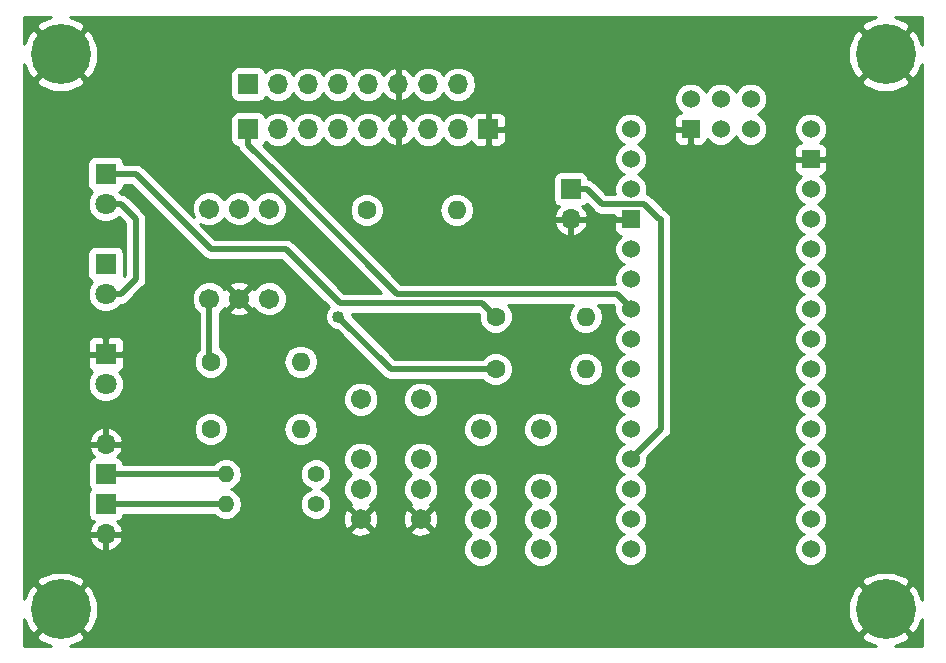
<source format=gbr>
G04 #@! TF.GenerationSoftware,KiCad,Pcbnew,(5.0.2)-1*
G04 #@! TF.CreationDate,2020-10-15T01:05:58-04:00*
G04 #@! TF.ProjectId,Sequencer,53657175-656e-4636-9572-2e6b69636164,TTGO V-2.8*
G04 #@! TF.SameCoordinates,Original*
G04 #@! TF.FileFunction,Copper,L2,Bot*
G04 #@! TF.FilePolarity,Positive*
%FSLAX46Y46*%
G04 Gerber Fmt 4.6, Leading zero omitted, Abs format (unit mm)*
G04 Created by KiCad (PCBNEW (5.0.2)-1) date 10/15/2020 1:05:58 AM*
%MOMM*%
%LPD*%
G01*
G04 APERTURE LIST*
G04 #@! TA.AperFunction,ComponentPad*
%ADD10R,1.700000X1.700000*%
G04 #@! TD*
G04 #@! TA.AperFunction,ComponentPad*
%ADD11O,1.700000X1.700000*%
G04 #@! TD*
G04 #@! TA.AperFunction,ComponentPad*
%ADD12O,1.400000X1.400000*%
G04 #@! TD*
G04 #@! TA.AperFunction,ComponentPad*
%ADD13C,1.400000*%
G04 #@! TD*
G04 #@! TA.AperFunction,ComponentPad*
%ADD14C,1.701800*%
G04 #@! TD*
G04 #@! TA.AperFunction,ComponentPad*
%ADD15R,1.800000X1.800000*%
G04 #@! TD*
G04 #@! TA.AperFunction,ComponentPad*
%ADD16C,1.800000*%
G04 #@! TD*
G04 #@! TA.AperFunction,ComponentPad*
%ADD17C,1.600000*%
G04 #@! TD*
G04 #@! TA.AperFunction,ComponentPad*
%ADD18O,1.600000X1.600000*%
G04 #@! TD*
G04 #@! TA.AperFunction,ComponentPad*
%ADD19C,5.080000*%
G04 #@! TD*
G04 #@! TA.AperFunction,ComponentPad*
%ADD20C,1.524000*%
G04 #@! TD*
G04 #@! TA.AperFunction,ComponentPad*
%ADD21R,1.524000X1.524000*%
G04 #@! TD*
G04 #@! TA.AperFunction,ViaPad*
%ADD22C,1.016000*%
G04 #@! TD*
G04 #@! TA.AperFunction,Conductor*
%ADD23C,0.508000*%
G04 #@! TD*
G04 #@! TA.AperFunction,Conductor*
%ADD24C,0.254000*%
G04 #@! TD*
G04 APERTURE END LIST*
D10*
G04 #@! TO.P,SW2,1*
G04 #@! TO.N,Net-(SW2-Pad1)*
X72390000Y-44450000D03*
D11*
G04 #@! TO.P,SW2,2*
G04 #@! TO.N,GND*
X72390000Y-46990000D03*
G04 #@! TD*
D12*
G04 #@! TO.P,FB2,2*
G04 #@! TO.N,Net-(FB2-Pad2)*
X43180000Y-71120000D03*
D13*
G04 #@! TO.P,FB2,1*
G04 #@! TO.N,/PREAMP_PWR*
X50800000Y-71120000D03*
G04 #@! TD*
G04 #@! TO.P,FB1,1*
G04 #@! TO.N,/SB-200_KEY*
X50800000Y-68580000D03*
D12*
G04 #@! TO.P,FB1,2*
G04 #@! TO.N,Net-(FB1-Pad2)*
X43180000Y-68580000D03*
G04 #@! TD*
D10*
G04 #@! TO.P,J5,1*
G04 #@! TO.N,GND*
X65405000Y-39370000D03*
G04 #@! TD*
D11*
G04 #@! TO.P,J3,2*
G04 #@! TO.N,GND*
X33020000Y-73660000D03*
D10*
G04 #@! TO.P,J3,1*
G04 #@! TO.N,Net-(FB2-Pad2)*
X33020000Y-71120000D03*
G04 #@! TD*
D14*
G04 #@! TO.P,K2,12*
G04 #@! TO.N,Net-(K2-Pad12)*
X69850000Y-64770000D03*
G04 #@! TO.P,K2,10*
G04 #@! TO.N,Net-(K2-Pad10)*
X69850000Y-69850000D03*
G04 #@! TO.P,K2,9*
G04 #@! TO.N,/PREAMP_PWR*
X69850000Y-72390000D03*
G04 #@! TO.P,K2,8*
G04 #@! TO.N,/+13V*
X69850000Y-74930000D03*
G04 #@! TO.P,K2,5*
X64770000Y-74930000D03*
G04 #@! TO.P,K2,4*
G04 #@! TO.N,/PREAMP_PWR*
X64770000Y-72390000D03*
G04 #@! TO.P,K2,3*
G04 #@! TO.N,Net-(K2-Pad3)*
X64770000Y-69850000D03*
G04 #@! TO.P,K2,1*
G04 #@! TO.N,/+5V*
X64770000Y-64770000D03*
G04 #@! TD*
D15*
G04 #@! TO.P,D3,1*
G04 #@! TO.N,GND*
X33020000Y-58420000D03*
D16*
G04 #@! TO.P,D3,2*
G04 #@! TO.N,Net-(D3-Pad2)*
X33020000Y-60960000D03*
G04 #@! TD*
D17*
G04 #@! TO.P,R5,1*
G04 #@! TO.N,Net-(D3-Pad2)*
X41910000Y-64770000D03*
D18*
G04 #@! TO.P,R5,2*
G04 #@! TO.N,/PREAMP_PWR*
X49530000Y-64770000D03*
G04 #@! TD*
D10*
G04 #@! TO.P,J2,1*
G04 #@! TO.N,Net-(FB1-Pad2)*
X33020000Y-68580000D03*
D11*
G04 #@! TO.P,J2,2*
G04 #@! TO.N,GND*
X33020000Y-66040000D03*
G04 #@! TD*
D10*
G04 #@! TO.P,J4,1*
G04 #@! TO.N,/TX_INH*
X45085000Y-35560000D03*
D11*
G04 #@! TO.P,J4,2*
G04 #@! TO.N,Net-(J1-Pad2)*
X47625000Y-35560000D03*
G04 #@! TO.P,J4,3*
G04 #@! TO.N,Net-(J1-Pad3)*
X50165000Y-35560000D03*
G04 #@! TO.P,J4,4*
G04 #@! TO.N,Net-(J1-Pad4)*
X52705000Y-35560000D03*
G04 #@! TO.P,J4,5*
G04 #@! TO.N,Net-(J1-Pad5)*
X55245000Y-35560000D03*
G04 #@! TO.P,J4,6*
G04 #@! TO.N,GND*
X57785000Y-35560000D03*
G04 #@! TO.P,J4,7*
G04 #@! TO.N,/PTT*
X60325000Y-35560000D03*
G04 #@! TO.P,J4,8*
G04 #@! TO.N,/+13V*
X62865000Y-35560000D03*
G04 #@! TD*
D19*
G04 #@! TO.P,H4,1*
G04 #@! TO.N,GND*
X99060000Y-33020000D03*
G04 #@! TD*
G04 #@! TO.P,H3,1*
G04 #@! TO.N,GND*
X29210000Y-80010000D03*
G04 #@! TD*
G04 #@! TO.P,H2,1*
G04 #@! TO.N,GND*
X99060000Y-80010000D03*
G04 #@! TD*
G04 #@! TO.P,H1,1*
G04 #@! TO.N,GND*
X29210000Y-33020000D03*
G04 #@! TD*
D20*
G04 #@! TO.P,U2,D12*
G04 #@! TO.N,Net-(U2-PadD12)*
X77470000Y-74930000D03*
G04 #@! TO.P,U2,D11*
G04 #@! TO.N,Net-(U2-PadD11)*
X77470000Y-72390000D03*
G04 #@! TO.P,U2,D10*
G04 #@! TO.N,Net-(U2-PadD10)*
X77470000Y-69850000D03*
G04 #@! TO.P,U2,D9*
G04 #@! TO.N,Net-(SW2-Pad1)*
X77470000Y-67310000D03*
G04 #@! TO.P,U2,D8*
G04 #@! TO.N,Net-(K2-Pad12)*
X77470000Y-64770000D03*
G04 #@! TO.P,U2,D7*
G04 #@! TO.N,Net-(K1-Pad12)*
X77470000Y-62230000D03*
G04 #@! TO.P,U2,D6*
G04 #@! TO.N,Net-(R4-Pad2)*
X77470000Y-59690000D03*
G04 #@! TO.P,U2,D5*
G04 #@! TO.N,Net-(R3-Pad2)*
X77470000Y-57150000D03*
G04 #@! TO.P,U2,D4*
G04 #@! TO.N,/TX_INH*
X77470000Y-54610000D03*
G04 #@! TO.P,U2,D3*
G04 #@! TO.N,Net-(U2-PadD3)*
X77470000Y-52070000D03*
G04 #@! TO.P,U2,D2*
G04 #@! TO.N,/TX_GROUND*
X77470000Y-49530000D03*
D21*
G04 #@! TO.P,U2,GND*
G04 #@! TO.N,GND*
X77470000Y-46990000D03*
D20*
G04 #@! TO.P,U2,RST_2*
G04 #@! TO.N,Net-(U2-PadRST_2)*
X77470000Y-44450000D03*
G04 #@! TO.P,U2,D0*
G04 #@! TO.N,Net-(U2-PadD0)*
X77470000Y-41910000D03*
G04 #@! TO.P,U2,D1*
G04 #@! TO.N,Net-(U2-PadD1)*
X77470000Y-39370000D03*
G04 #@! TO.P,U2,VIN*
G04 #@! TO.N,/+13V*
X92710000Y-39370000D03*
D21*
G04 #@! TO.P,U2,GND*
G04 #@! TO.N,GND*
X92710000Y-41910000D03*
D20*
G04 #@! TO.P,U2,RST_1*
G04 #@! TO.N,Net-(U2-PadRST_1)*
X92710000Y-44450000D03*
G04 #@! TO.P,U2,5V_1*
G04 #@! TO.N,/+5V*
X92710000Y-46990000D03*
G04 #@! TO.P,U2,A7*
G04 #@! TO.N,Net-(U2-PadA7)*
X92710000Y-49530000D03*
G04 #@! TO.P,U2,A6*
G04 #@! TO.N,Net-(U2-PadA6)*
X92710000Y-52070000D03*
G04 #@! TO.P,U2,A5*
G04 #@! TO.N,Net-(U2-PadA5)*
X92710000Y-54610000D03*
G04 #@! TO.P,U2,A4*
G04 #@! TO.N,Net-(U2-PadA4)*
X92710000Y-57150000D03*
G04 #@! TO.P,U2,A3*
G04 #@! TO.N,Net-(U2-PadA3)*
X92710000Y-59690000D03*
G04 #@! TO.P,U2,A2*
G04 #@! TO.N,Net-(U2-PadA2)*
X92710000Y-62230000D03*
G04 #@! TO.P,U2,A1*
G04 #@! TO.N,Net-(U2-PadA1)*
X92710000Y-64770000D03*
G04 #@! TO.P,U2,A0*
G04 #@! TO.N,Net-(U2-PadA0)*
X92710000Y-67310000D03*
G04 #@! TO.P,U2,AREF*
G04 #@! TO.N,Net-(U2-PadAREF)*
X92710000Y-69850000D03*
G04 #@! TO.P,U2,3V3*
G04 #@! TO.N,Net-(U2-Pad3V3)*
X92710000Y-72390000D03*
G04 #@! TO.P,U2,D13*
G04 #@! TO.N,Net-(U2-PadD13)*
X92710000Y-74930000D03*
G04 #@! TO.P,U2,RST_3*
G04 #@! TO.N,Net-(U2-PadRST_3)*
X82550000Y-36830000D03*
D21*
G04 #@! TO.P,U2,GND*
G04 #@! TO.N,GND*
X82550000Y-39370000D03*
D20*
G04 #@! TO.P,U2,SCK*
G04 #@! TO.N,Net-(U2-PadSCK)*
X85090000Y-36830000D03*
G04 #@! TO.P,U2,MOSI*
G04 #@! TO.N,Net-(U2-PadMOSI)*
X85090000Y-39370000D03*
G04 #@! TO.P,U2,MISO*
G04 #@! TO.N,Net-(U2-PadMISO)*
X87630000Y-36830000D03*
G04 #@! TO.P,U2,5V_2*
G04 #@! TO.N,Net-(U2-Pad5V_2)*
X87630000Y-39370000D03*
G04 #@! TD*
D14*
G04 #@! TO.P,K1,1*
G04 #@! TO.N,/+5V*
X54610000Y-62230000D03*
G04 #@! TO.P,K1,3*
G04 #@! TO.N,Net-(K1-Pad3)*
X54610000Y-67310000D03*
G04 #@! TO.P,K1,4*
G04 #@! TO.N,/SB-200_KEY*
X54610000Y-69850000D03*
G04 #@! TO.P,K1,5*
G04 #@! TO.N,GND*
X54610000Y-72390000D03*
G04 #@! TO.P,K1,8*
X59690000Y-72390000D03*
G04 #@! TO.P,K1,9*
G04 #@! TO.N,/SB-200_KEY*
X59690000Y-69850000D03*
G04 #@! TO.P,K1,10*
G04 #@! TO.N,Net-(K1-Pad10)*
X59690000Y-67310000D03*
G04 #@! TO.P,K1,12*
G04 #@! TO.N,Net-(K1-Pad12)*
X59690000Y-62230000D03*
G04 #@! TD*
G04 #@! TO.P,U1,6*
G04 #@! TO.N,/TX_GROUND*
X46863000Y-53721000D03*
G04 #@! TO.P,U1,3*
G04 #@! TO.N,Net-(U1-Pad3)*
X41783000Y-46101000D03*
G04 #@! TO.P,U1,5*
G04 #@! TO.N,GND*
X44323000Y-53721000D03*
G04 #@! TO.P,U1,2*
G04 #@! TO.N,/PTT*
X44323000Y-46101000D03*
G04 #@! TO.P,U1,4*
G04 #@! TO.N,/TX_GROUND*
X41783000Y-53721000D03*
G04 #@! TO.P,U1,1*
G04 #@! TO.N,Net-(R1-Pad1)*
X46863000Y-46101000D03*
G04 #@! TD*
D11*
G04 #@! TO.P,J1,8*
G04 #@! TO.N,/+13V*
X62865000Y-39370000D03*
G04 #@! TO.P,J1,7*
G04 #@! TO.N,/PTT*
X60325000Y-39370000D03*
G04 #@! TO.P,J1,6*
G04 #@! TO.N,GND*
X57785000Y-39370000D03*
G04 #@! TO.P,J1,5*
G04 #@! TO.N,Net-(J1-Pad5)*
X55245000Y-39370000D03*
G04 #@! TO.P,J1,4*
G04 #@! TO.N,Net-(J1-Pad4)*
X52705000Y-39370000D03*
G04 #@! TO.P,J1,3*
G04 #@! TO.N,Net-(J1-Pad3)*
X50165000Y-39370000D03*
G04 #@! TO.P,J1,2*
G04 #@! TO.N,Net-(J1-Pad2)*
X47625000Y-39370000D03*
D10*
G04 #@! TO.P,J1,1*
G04 #@! TO.N,/TX_INH*
X45085000Y-39370000D03*
G04 #@! TD*
D16*
G04 #@! TO.P,D1,2*
G04 #@! TO.N,/+5V*
X33020000Y-45720000D03*
D15*
G04 #@! TO.P,D1,1*
G04 #@! TO.N,Net-(D1-Pad1)*
X33020000Y-43180000D03*
G04 #@! TD*
G04 #@! TO.P,D2,1*
G04 #@! TO.N,Net-(D2-Pad1)*
X33020000Y-50800000D03*
D16*
G04 #@! TO.P,D2,2*
G04 #@! TO.N,/+5V*
X33020000Y-53340000D03*
G04 #@! TD*
D18*
G04 #@! TO.P,R2,2*
G04 #@! TO.N,/+5V*
X49530000Y-59055000D03*
D17*
G04 #@! TO.P,R2,1*
G04 #@! TO.N,/TX_GROUND*
X41910000Y-59055000D03*
G04 #@! TD*
G04 #@! TO.P,R3,1*
G04 #@! TO.N,Net-(D1-Pad1)*
X66040000Y-55245000D03*
D18*
G04 #@! TO.P,R3,2*
G04 #@! TO.N,Net-(R3-Pad2)*
X73660000Y-55245000D03*
G04 #@! TD*
G04 #@! TO.P,R4,2*
G04 #@! TO.N,Net-(R4-Pad2)*
X73660000Y-59690000D03*
D17*
G04 #@! TO.P,R4,1*
G04 #@! TO.N,Net-(D2-Pad1)*
X66040000Y-59690000D03*
G04 #@! TD*
G04 #@! TO.P,R1,1*
G04 #@! TO.N,Net-(R1-Pad1)*
X55118000Y-46228000D03*
D18*
G04 #@! TO.P,R1,2*
G04 #@! TO.N,/+13V*
X62738000Y-46228000D03*
G04 #@! TD*
D22*
G04 #@! TO.N,Net-(D2-Pad1)*
X52705000Y-55245000D03*
G04 #@! TD*
D23*
G04 #@! TO.N,/TX_GROUND*
X41783000Y-53721000D02*
X41783000Y-58928000D01*
X41783000Y-58928000D02*
X41910000Y-59055000D01*
G04 #@! TO.N,/+5V*
X33020000Y-53340000D02*
X34290000Y-53340000D01*
X34290000Y-53340000D02*
X35560000Y-52070000D01*
X35560000Y-52070000D02*
X35560000Y-46990000D01*
X35560000Y-46990000D02*
X34290000Y-45720000D01*
X34290000Y-45720000D02*
X33020000Y-45720000D01*
G04 #@! TO.N,/TX_INH*
X45085001Y-40728001D02*
X47486200Y-43129200D01*
X45085000Y-39370000D02*
X45085001Y-40728001D01*
X57697001Y-53340001D02*
X76327001Y-53340001D01*
X47486200Y-43129200D02*
X57697001Y-53340001D01*
X76327001Y-53340001D02*
X77482700Y-54495700D01*
G04 #@! TO.N,/+13V*
X92608402Y-39370000D02*
X92456000Y-39370000D01*
G04 #@! TO.N,Net-(D2-Pad1)*
X66040000Y-59690000D02*
X57150000Y-59690000D01*
X57150000Y-59690000D02*
X52705000Y-55245000D01*
X52705000Y-55245000D02*
X52705000Y-55245000D01*
G04 #@! TO.N,Net-(D1-Pad1)*
X64897011Y-54102011D02*
X66040000Y-55245000D01*
X52832011Y-54102011D02*
X64897011Y-54102011D01*
X48260000Y-49530000D02*
X52832011Y-54102011D01*
X48260000Y-49530000D02*
X41910000Y-49530000D01*
X41910000Y-49530000D02*
X35560000Y-43180000D01*
X35560000Y-43180000D02*
X33020000Y-43180000D01*
G04 #@! TO.N,Net-(SW2-Pad1)*
X80010000Y-46990000D02*
X80010000Y-64770000D01*
X80010000Y-64770000D02*
X77470000Y-67310000D01*
X73748000Y-44450000D02*
X75018000Y-45720000D01*
X72390000Y-44450000D02*
X73748000Y-44450000D01*
X78638402Y-45720000D02*
X79908402Y-46990000D01*
X75018000Y-45720000D02*
X78638402Y-45720000D01*
G04 #@! TO.N,Net-(FB1-Pad2)*
X33020000Y-68580000D02*
X43180000Y-68580000D01*
G04 #@! TO.N,Net-(FB2-Pad2)*
X33020000Y-71120000D02*
X43180000Y-71120000D01*
G04 #@! TD*
D24*
G04 #@! TO.N,GND*
G36*
X27411583Y-30328315D02*
X27411431Y-30328416D01*
X27124862Y-30755256D01*
X29210000Y-32840395D01*
X31295138Y-30755256D01*
X31008569Y-30328416D01*
X30022645Y-29920000D01*
X98247419Y-29920000D01*
X97261583Y-30328315D01*
X97261431Y-30328416D01*
X96974862Y-30755256D01*
X99060000Y-32840395D01*
X101145138Y-30755256D01*
X100858569Y-30328416D01*
X99872645Y-29920000D01*
X102160000Y-29920000D01*
X102160000Y-32207420D01*
X101751685Y-31221583D01*
X101751584Y-31221431D01*
X101324744Y-30934862D01*
X99239605Y-33020000D01*
X101324744Y-35105138D01*
X101751584Y-34818569D01*
X102160000Y-33832645D01*
X102160001Y-79197422D01*
X101751685Y-78211583D01*
X101751584Y-78211431D01*
X101324744Y-77924862D01*
X99239605Y-80010000D01*
X101324744Y-82095138D01*
X101751584Y-81808569D01*
X102160001Y-80822643D01*
X102160001Y-83110000D01*
X99872581Y-83110000D01*
X100858417Y-82701685D01*
X100858569Y-82701584D01*
X101145138Y-82274744D01*
X99060000Y-80189605D01*
X96974862Y-82274744D01*
X97261431Y-82701584D01*
X98247355Y-83110000D01*
X30022581Y-83110000D01*
X31008417Y-82701685D01*
X31008569Y-82701584D01*
X31295138Y-82274744D01*
X29210000Y-80189605D01*
X27124862Y-82274744D01*
X27411431Y-82701584D01*
X28397355Y-83110000D01*
X26110000Y-83110000D01*
X26110000Y-80822581D01*
X26518315Y-81808417D01*
X26518416Y-81808569D01*
X26945256Y-82095138D01*
X29030395Y-80010000D01*
X29389605Y-80010000D01*
X31474744Y-82095138D01*
X31901584Y-81808569D01*
X32384982Y-80641637D01*
X32384982Y-80641457D01*
X95884982Y-80641457D01*
X96368315Y-81808417D01*
X96368416Y-81808569D01*
X96795256Y-82095138D01*
X98880395Y-80010000D01*
X96795256Y-77924862D01*
X96368416Y-78211431D01*
X95885018Y-79378363D01*
X95884982Y-80641457D01*
X32384982Y-80641457D01*
X32385018Y-79378543D01*
X31901685Y-78211583D01*
X31901584Y-78211431D01*
X31474744Y-77924862D01*
X29389605Y-80010000D01*
X29030395Y-80010000D01*
X26945256Y-77924862D01*
X26518416Y-78211431D01*
X26110000Y-79197355D01*
X26110000Y-77745256D01*
X27124862Y-77745256D01*
X29210000Y-79830395D01*
X31295138Y-77745256D01*
X96974862Y-77745256D01*
X99060000Y-79830395D01*
X101145138Y-77745256D01*
X100858569Y-77318416D01*
X99691637Y-76835018D01*
X98428543Y-76834982D01*
X97261583Y-77318315D01*
X97261431Y-77318416D01*
X96974862Y-77745256D01*
X31295138Y-77745256D01*
X31008569Y-77318416D01*
X29841637Y-76835018D01*
X28578543Y-76834982D01*
X27411583Y-77318315D01*
X27411431Y-77318416D01*
X27124862Y-77745256D01*
X26110000Y-77745256D01*
X26110000Y-74016890D01*
X31578524Y-74016890D01*
X31748355Y-74426924D01*
X32138642Y-74855183D01*
X32663108Y-75101486D01*
X32893000Y-74980819D01*
X32893000Y-73787000D01*
X33147000Y-73787000D01*
X33147000Y-74980819D01*
X33376892Y-75101486D01*
X33901358Y-74855183D01*
X34291645Y-74426924D01*
X34461476Y-74016890D01*
X34340155Y-73787000D01*
X33147000Y-73787000D01*
X32893000Y-73787000D01*
X31699845Y-73787000D01*
X31578524Y-74016890D01*
X26110000Y-74016890D01*
X26110000Y-67730000D01*
X31522560Y-67730000D01*
X31522560Y-69430000D01*
X31571843Y-69677765D01*
X31686928Y-69850000D01*
X31571843Y-70022235D01*
X31522560Y-70270000D01*
X31522560Y-71970000D01*
X31571843Y-72217765D01*
X31712191Y-72427809D01*
X31922235Y-72568157D01*
X32025708Y-72588739D01*
X31748355Y-72893076D01*
X31578524Y-73303110D01*
X31699845Y-73533000D01*
X32893000Y-73533000D01*
X32893000Y-73513000D01*
X33147000Y-73513000D01*
X33147000Y-73533000D01*
X34340155Y-73533000D01*
X34392078Y-73434610D01*
X53744995Y-73434610D01*
X53825378Y-73686004D01*
X54381063Y-73887614D01*
X54971602Y-73861225D01*
X55394622Y-73686004D01*
X55475005Y-73434610D01*
X58824995Y-73434610D01*
X58905378Y-73686004D01*
X59461063Y-73887614D01*
X60051602Y-73861225D01*
X60474622Y-73686004D01*
X60555005Y-73434610D01*
X59690000Y-72569605D01*
X58824995Y-73434610D01*
X55475005Y-73434610D01*
X54610000Y-72569605D01*
X53744995Y-73434610D01*
X34392078Y-73434610D01*
X34461476Y-73303110D01*
X34291645Y-72893076D01*
X34014292Y-72588739D01*
X34117765Y-72568157D01*
X34327809Y-72427809D01*
X34468157Y-72217765D01*
X34509682Y-72009000D01*
X42168421Y-72009000D01*
X42217519Y-72082481D01*
X42659109Y-72377542D01*
X43048515Y-72455000D01*
X43311485Y-72455000D01*
X43700891Y-72377542D01*
X44142481Y-72082481D01*
X44437542Y-71640891D01*
X44541154Y-71120000D01*
X44437542Y-70599109D01*
X44142481Y-70157519D01*
X43700891Y-69862458D01*
X43638261Y-69850000D01*
X43700891Y-69837542D01*
X44142481Y-69542481D01*
X44437542Y-69100891D01*
X44541154Y-68580000D01*
X44488334Y-68314452D01*
X49465000Y-68314452D01*
X49465000Y-68845548D01*
X49668242Y-69336217D01*
X50043783Y-69711758D01*
X50377528Y-69850000D01*
X50043783Y-69988242D01*
X49668242Y-70363783D01*
X49465000Y-70854452D01*
X49465000Y-71385548D01*
X49668242Y-71876217D01*
X50043783Y-72251758D01*
X50534452Y-72455000D01*
X51065548Y-72455000D01*
X51556217Y-72251758D01*
X51646912Y-72161063D01*
X53112386Y-72161063D01*
X53138775Y-72751602D01*
X53313996Y-73174622D01*
X53565390Y-73255005D01*
X54430395Y-72390000D01*
X54789605Y-72390000D01*
X55654610Y-73255005D01*
X55906004Y-73174622D01*
X56107614Y-72618937D01*
X56087154Y-72161063D01*
X58192386Y-72161063D01*
X58218775Y-72751602D01*
X58393996Y-73174622D01*
X58645390Y-73255005D01*
X59510395Y-72390000D01*
X59869605Y-72390000D01*
X60734610Y-73255005D01*
X60986004Y-73174622D01*
X61187614Y-72618937D01*
X61161225Y-72028398D01*
X60986004Y-71605378D01*
X60734610Y-71524995D01*
X59869605Y-72390000D01*
X59510395Y-72390000D01*
X58645390Y-71524995D01*
X58393996Y-71605378D01*
X58192386Y-72161063D01*
X56087154Y-72161063D01*
X56081225Y-72028398D01*
X55906004Y-71605378D01*
X55654610Y-71524995D01*
X54789605Y-72390000D01*
X54430395Y-72390000D01*
X53565390Y-71524995D01*
X53313996Y-71605378D01*
X53112386Y-72161063D01*
X51646912Y-72161063D01*
X51931758Y-71876217D01*
X52135000Y-71385548D01*
X52135000Y-70854452D01*
X51931758Y-70363783D01*
X51556217Y-69988242D01*
X51222472Y-69850000D01*
X51556217Y-69711758D01*
X51931758Y-69336217D01*
X52135000Y-68845548D01*
X52135000Y-68314452D01*
X51931758Y-67823783D01*
X51556217Y-67448242D01*
X51065548Y-67245000D01*
X50534452Y-67245000D01*
X50043783Y-67448242D01*
X49668242Y-67823783D01*
X49465000Y-68314452D01*
X44488334Y-68314452D01*
X44437542Y-68059109D01*
X44142481Y-67617519D01*
X43700891Y-67322458D01*
X43311485Y-67245000D01*
X43048515Y-67245000D01*
X42659109Y-67322458D01*
X42217519Y-67617519D01*
X42168421Y-67691000D01*
X34509682Y-67691000D01*
X34468157Y-67482235D01*
X34327809Y-67272191D01*
X34117765Y-67131843D01*
X34014292Y-67111261D01*
X34102532Y-67014436D01*
X53124100Y-67014436D01*
X53124100Y-67605564D01*
X53350314Y-68151695D01*
X53768305Y-68569686D01*
X53793205Y-68580000D01*
X53768305Y-68590314D01*
X53350314Y-69008305D01*
X53124100Y-69554436D01*
X53124100Y-70145564D01*
X53350314Y-70691695D01*
X53768305Y-71109686D01*
X53814273Y-71128726D01*
X53744995Y-71345390D01*
X54610000Y-72210395D01*
X55475005Y-71345390D01*
X55405727Y-71128726D01*
X55451695Y-71109686D01*
X55869686Y-70691695D01*
X56095900Y-70145564D01*
X56095900Y-69554436D01*
X55869686Y-69008305D01*
X55451695Y-68590314D01*
X55426795Y-68580000D01*
X55451695Y-68569686D01*
X55869686Y-68151695D01*
X56095900Y-67605564D01*
X56095900Y-67014436D01*
X58204100Y-67014436D01*
X58204100Y-67605564D01*
X58430314Y-68151695D01*
X58848305Y-68569686D01*
X58873205Y-68580000D01*
X58848305Y-68590314D01*
X58430314Y-69008305D01*
X58204100Y-69554436D01*
X58204100Y-70145564D01*
X58430314Y-70691695D01*
X58848305Y-71109686D01*
X58894273Y-71128726D01*
X58824995Y-71345390D01*
X59690000Y-72210395D01*
X60555005Y-71345390D01*
X60485727Y-71128726D01*
X60531695Y-71109686D01*
X60949686Y-70691695D01*
X61175900Y-70145564D01*
X61175900Y-69554436D01*
X63284100Y-69554436D01*
X63284100Y-70145564D01*
X63510314Y-70691695D01*
X63928305Y-71109686D01*
X63953205Y-71120000D01*
X63928305Y-71130314D01*
X63510314Y-71548305D01*
X63284100Y-72094436D01*
X63284100Y-72685564D01*
X63510314Y-73231695D01*
X63928305Y-73649686D01*
X63953205Y-73660000D01*
X63928305Y-73670314D01*
X63510314Y-74088305D01*
X63284100Y-74634436D01*
X63284100Y-75225564D01*
X63510314Y-75771695D01*
X63928305Y-76189686D01*
X64474436Y-76415900D01*
X65065564Y-76415900D01*
X65611695Y-76189686D01*
X66029686Y-75771695D01*
X66255900Y-75225564D01*
X66255900Y-74634436D01*
X66029686Y-74088305D01*
X65611695Y-73670314D01*
X65586795Y-73660000D01*
X65611695Y-73649686D01*
X66029686Y-73231695D01*
X66255900Y-72685564D01*
X66255900Y-72094436D01*
X66029686Y-71548305D01*
X65611695Y-71130314D01*
X65586795Y-71120000D01*
X65611695Y-71109686D01*
X66029686Y-70691695D01*
X66255900Y-70145564D01*
X66255900Y-69554436D01*
X68364100Y-69554436D01*
X68364100Y-70145564D01*
X68590314Y-70691695D01*
X69008305Y-71109686D01*
X69033205Y-71120000D01*
X69008305Y-71130314D01*
X68590314Y-71548305D01*
X68364100Y-72094436D01*
X68364100Y-72685564D01*
X68590314Y-73231695D01*
X69008305Y-73649686D01*
X69033205Y-73660000D01*
X69008305Y-73670314D01*
X68590314Y-74088305D01*
X68364100Y-74634436D01*
X68364100Y-75225564D01*
X68590314Y-75771695D01*
X69008305Y-76189686D01*
X69554436Y-76415900D01*
X70145564Y-76415900D01*
X70691695Y-76189686D01*
X71109686Y-75771695D01*
X71335900Y-75225564D01*
X71335900Y-74634436D01*
X71109686Y-74088305D01*
X70691695Y-73670314D01*
X70666795Y-73660000D01*
X70691695Y-73649686D01*
X71109686Y-73231695D01*
X71335900Y-72685564D01*
X71335900Y-72094436D01*
X71109686Y-71548305D01*
X70691695Y-71130314D01*
X70666795Y-71120000D01*
X70691695Y-71109686D01*
X71109686Y-70691695D01*
X71335900Y-70145564D01*
X71335900Y-69554436D01*
X71109686Y-69008305D01*
X70691695Y-68590314D01*
X70145564Y-68364100D01*
X69554436Y-68364100D01*
X69008305Y-68590314D01*
X68590314Y-69008305D01*
X68364100Y-69554436D01*
X66255900Y-69554436D01*
X66029686Y-69008305D01*
X65611695Y-68590314D01*
X65065564Y-68364100D01*
X64474436Y-68364100D01*
X63928305Y-68590314D01*
X63510314Y-69008305D01*
X63284100Y-69554436D01*
X61175900Y-69554436D01*
X60949686Y-69008305D01*
X60531695Y-68590314D01*
X60506795Y-68580000D01*
X60531695Y-68569686D01*
X60949686Y-68151695D01*
X61175900Y-67605564D01*
X61175900Y-67014436D01*
X60949686Y-66468305D01*
X60531695Y-66050314D01*
X59985564Y-65824100D01*
X59394436Y-65824100D01*
X58848305Y-66050314D01*
X58430314Y-66468305D01*
X58204100Y-67014436D01*
X56095900Y-67014436D01*
X55869686Y-66468305D01*
X55451695Y-66050314D01*
X54905564Y-65824100D01*
X54314436Y-65824100D01*
X53768305Y-66050314D01*
X53350314Y-66468305D01*
X53124100Y-67014436D01*
X34102532Y-67014436D01*
X34291645Y-66806924D01*
X34461476Y-66396890D01*
X34340155Y-66167000D01*
X33147000Y-66167000D01*
X33147000Y-66187000D01*
X32893000Y-66187000D01*
X32893000Y-66167000D01*
X31699845Y-66167000D01*
X31578524Y-66396890D01*
X31748355Y-66806924D01*
X32025708Y-67111261D01*
X31922235Y-67131843D01*
X31712191Y-67272191D01*
X31571843Y-67482235D01*
X31522560Y-67730000D01*
X26110000Y-67730000D01*
X26110000Y-65683110D01*
X31578524Y-65683110D01*
X31699845Y-65913000D01*
X32893000Y-65913000D01*
X32893000Y-64719181D01*
X33147000Y-64719181D01*
X33147000Y-65913000D01*
X34340155Y-65913000D01*
X34461476Y-65683110D01*
X34291645Y-65273076D01*
X33901358Y-64844817D01*
X33376892Y-64598514D01*
X33147000Y-64719181D01*
X32893000Y-64719181D01*
X32663108Y-64598514D01*
X32138642Y-64844817D01*
X31748355Y-65273076D01*
X31578524Y-65683110D01*
X26110000Y-65683110D01*
X26110000Y-64484561D01*
X40475000Y-64484561D01*
X40475000Y-65055439D01*
X40693466Y-65582862D01*
X41097138Y-65986534D01*
X41624561Y-66205000D01*
X42195439Y-66205000D01*
X42722862Y-65986534D01*
X43126534Y-65582862D01*
X43345000Y-65055439D01*
X43345000Y-64770000D01*
X48066887Y-64770000D01*
X48178260Y-65329909D01*
X48495423Y-65804577D01*
X48970091Y-66121740D01*
X49388667Y-66205000D01*
X49671333Y-66205000D01*
X50089909Y-66121740D01*
X50564577Y-65804577D01*
X50881740Y-65329909D01*
X50993113Y-64770000D01*
X50934322Y-64474436D01*
X63284100Y-64474436D01*
X63284100Y-65065564D01*
X63510314Y-65611695D01*
X63928305Y-66029686D01*
X64474436Y-66255900D01*
X65065564Y-66255900D01*
X65611695Y-66029686D01*
X66029686Y-65611695D01*
X66255900Y-65065564D01*
X66255900Y-64474436D01*
X68364100Y-64474436D01*
X68364100Y-65065564D01*
X68590314Y-65611695D01*
X69008305Y-66029686D01*
X69554436Y-66255900D01*
X70145564Y-66255900D01*
X70691695Y-66029686D01*
X71109686Y-65611695D01*
X71335900Y-65065564D01*
X71335900Y-64474436D01*
X71109686Y-63928305D01*
X70691695Y-63510314D01*
X70145564Y-63284100D01*
X69554436Y-63284100D01*
X69008305Y-63510314D01*
X68590314Y-63928305D01*
X68364100Y-64474436D01*
X66255900Y-64474436D01*
X66029686Y-63928305D01*
X65611695Y-63510314D01*
X65065564Y-63284100D01*
X64474436Y-63284100D01*
X63928305Y-63510314D01*
X63510314Y-63928305D01*
X63284100Y-64474436D01*
X50934322Y-64474436D01*
X50881740Y-64210091D01*
X50564577Y-63735423D01*
X50089909Y-63418260D01*
X49671333Y-63335000D01*
X49388667Y-63335000D01*
X48970091Y-63418260D01*
X48495423Y-63735423D01*
X48178260Y-64210091D01*
X48066887Y-64770000D01*
X43345000Y-64770000D01*
X43345000Y-64484561D01*
X43126534Y-63957138D01*
X42722862Y-63553466D01*
X42195439Y-63335000D01*
X41624561Y-63335000D01*
X41097138Y-63553466D01*
X40693466Y-63957138D01*
X40475000Y-64484561D01*
X26110000Y-64484561D01*
X26110000Y-58705750D01*
X31485000Y-58705750D01*
X31485000Y-59446309D01*
X31581673Y-59679698D01*
X31760301Y-59858327D01*
X31895044Y-59914139D01*
X31718690Y-60090493D01*
X31485000Y-60654670D01*
X31485000Y-61265330D01*
X31718690Y-61829507D01*
X32150493Y-62261310D01*
X32714670Y-62495000D01*
X33325330Y-62495000D01*
X33889507Y-62261310D01*
X34216381Y-61934436D01*
X53124100Y-61934436D01*
X53124100Y-62525564D01*
X53350314Y-63071695D01*
X53768305Y-63489686D01*
X54314436Y-63715900D01*
X54905564Y-63715900D01*
X55451695Y-63489686D01*
X55869686Y-63071695D01*
X56095900Y-62525564D01*
X56095900Y-61934436D01*
X58204100Y-61934436D01*
X58204100Y-62525564D01*
X58430314Y-63071695D01*
X58848305Y-63489686D01*
X59394436Y-63715900D01*
X59985564Y-63715900D01*
X60531695Y-63489686D01*
X60949686Y-63071695D01*
X61175900Y-62525564D01*
X61175900Y-61934436D01*
X60949686Y-61388305D01*
X60531695Y-60970314D01*
X59985564Y-60744100D01*
X59394436Y-60744100D01*
X58848305Y-60970314D01*
X58430314Y-61388305D01*
X58204100Y-61934436D01*
X56095900Y-61934436D01*
X55869686Y-61388305D01*
X55451695Y-60970314D01*
X54905564Y-60744100D01*
X54314436Y-60744100D01*
X53768305Y-60970314D01*
X53350314Y-61388305D01*
X53124100Y-61934436D01*
X34216381Y-61934436D01*
X34321310Y-61829507D01*
X34555000Y-61265330D01*
X34555000Y-60654670D01*
X34321310Y-60090493D01*
X34144956Y-59914139D01*
X34279699Y-59858327D01*
X34458327Y-59679698D01*
X34555000Y-59446309D01*
X34555000Y-58705750D01*
X34396250Y-58547000D01*
X33147000Y-58547000D01*
X33147000Y-58567000D01*
X32893000Y-58567000D01*
X32893000Y-58547000D01*
X31643750Y-58547000D01*
X31485000Y-58705750D01*
X26110000Y-58705750D01*
X26110000Y-57393691D01*
X31485000Y-57393691D01*
X31485000Y-58134250D01*
X31643750Y-58293000D01*
X32893000Y-58293000D01*
X32893000Y-57043750D01*
X33147000Y-57043750D01*
X33147000Y-58293000D01*
X34396250Y-58293000D01*
X34555000Y-58134250D01*
X34555000Y-57393691D01*
X34458327Y-57160302D01*
X34279699Y-56981673D01*
X34046310Y-56885000D01*
X33305750Y-56885000D01*
X33147000Y-57043750D01*
X32893000Y-57043750D01*
X32734250Y-56885000D01*
X31993690Y-56885000D01*
X31760301Y-56981673D01*
X31581673Y-57160302D01*
X31485000Y-57393691D01*
X26110000Y-57393691D01*
X26110000Y-42280000D01*
X31472560Y-42280000D01*
X31472560Y-44080000D01*
X31521843Y-44327765D01*
X31662191Y-44537809D01*
X31872235Y-44678157D01*
X31887908Y-44681275D01*
X31718690Y-44850493D01*
X31485000Y-45414670D01*
X31485000Y-46025330D01*
X31718690Y-46589507D01*
X32150493Y-47021310D01*
X32714670Y-47255000D01*
X33325330Y-47255000D01*
X33889507Y-47021310D01*
X34111791Y-46799026D01*
X34671001Y-47358237D01*
X34671000Y-51701764D01*
X34541288Y-51831476D01*
X34567440Y-51700000D01*
X34567440Y-49900000D01*
X34518157Y-49652235D01*
X34377809Y-49442191D01*
X34167765Y-49301843D01*
X33920000Y-49252560D01*
X32120000Y-49252560D01*
X31872235Y-49301843D01*
X31662191Y-49442191D01*
X31521843Y-49652235D01*
X31472560Y-49900000D01*
X31472560Y-51700000D01*
X31521843Y-51947765D01*
X31662191Y-52157809D01*
X31872235Y-52298157D01*
X31887908Y-52301275D01*
X31718690Y-52470493D01*
X31485000Y-53034670D01*
X31485000Y-53645330D01*
X31718690Y-54209507D01*
X32150493Y-54641310D01*
X32714670Y-54875000D01*
X33325330Y-54875000D01*
X33889507Y-54641310D01*
X34285330Y-54245487D01*
X34290000Y-54246416D01*
X34377555Y-54229000D01*
X34377556Y-54229000D01*
X34636870Y-54177419D01*
X34930933Y-53980933D01*
X34980531Y-53906704D01*
X35461799Y-53425436D01*
X40297100Y-53425436D01*
X40297100Y-54016564D01*
X40523314Y-54562695D01*
X40894000Y-54933381D01*
X40894001Y-58041603D01*
X40693466Y-58242138D01*
X40475000Y-58769561D01*
X40475000Y-59340439D01*
X40693466Y-59867862D01*
X41097138Y-60271534D01*
X41624561Y-60490000D01*
X42195439Y-60490000D01*
X42722862Y-60271534D01*
X43126534Y-59867862D01*
X43345000Y-59340439D01*
X43345000Y-59055000D01*
X48066887Y-59055000D01*
X48178260Y-59614909D01*
X48495423Y-60089577D01*
X48970091Y-60406740D01*
X49388667Y-60490000D01*
X49671333Y-60490000D01*
X50089909Y-60406740D01*
X50564577Y-60089577D01*
X50881740Y-59614909D01*
X50993113Y-59055000D01*
X50881740Y-58495091D01*
X50564577Y-58020423D01*
X50089909Y-57703260D01*
X49671333Y-57620000D01*
X49388667Y-57620000D01*
X48970091Y-57703260D01*
X48495423Y-58020423D01*
X48178260Y-58495091D01*
X48066887Y-59055000D01*
X43345000Y-59055000D01*
X43345000Y-58769561D01*
X43126534Y-58242138D01*
X42722862Y-57838466D01*
X42672000Y-57817398D01*
X42672000Y-54933381D01*
X42839771Y-54765610D01*
X43457995Y-54765610D01*
X43538378Y-55017004D01*
X44094063Y-55218614D01*
X44684602Y-55192225D01*
X45107622Y-55017004D01*
X45188005Y-54765610D01*
X44323000Y-53900605D01*
X43457995Y-54765610D01*
X42839771Y-54765610D01*
X43042686Y-54562695D01*
X43061726Y-54516727D01*
X43278390Y-54586005D01*
X44143395Y-53721000D01*
X44502605Y-53721000D01*
X45367610Y-54586005D01*
X45584274Y-54516727D01*
X45603314Y-54562695D01*
X46021305Y-54980686D01*
X46567436Y-55206900D01*
X47158564Y-55206900D01*
X47704695Y-54980686D01*
X48122686Y-54562695D01*
X48348900Y-54016564D01*
X48348900Y-53425436D01*
X48122686Y-52879305D01*
X47704695Y-52461314D01*
X47158564Y-52235100D01*
X46567436Y-52235100D01*
X46021305Y-52461314D01*
X45603314Y-52879305D01*
X45584274Y-52925273D01*
X45367610Y-52855995D01*
X44502605Y-53721000D01*
X44143395Y-53721000D01*
X43278390Y-52855995D01*
X43061726Y-52925273D01*
X43042686Y-52879305D01*
X42839771Y-52676390D01*
X43457995Y-52676390D01*
X44323000Y-53541395D01*
X45188005Y-52676390D01*
X45107622Y-52424996D01*
X44551937Y-52223386D01*
X43961398Y-52249775D01*
X43538378Y-52424996D01*
X43457995Y-52676390D01*
X42839771Y-52676390D01*
X42624695Y-52461314D01*
X42078564Y-52235100D01*
X41487436Y-52235100D01*
X40941305Y-52461314D01*
X40523314Y-52879305D01*
X40297100Y-53425436D01*
X35461799Y-53425436D01*
X36126707Y-52760529D01*
X36200933Y-52710933D01*
X36397419Y-52416870D01*
X36449000Y-52157556D01*
X36449000Y-52157552D01*
X36466415Y-52070001D01*
X36449000Y-51982450D01*
X36449000Y-47077550D01*
X36466415Y-46989999D01*
X36449000Y-46902448D01*
X36449000Y-46902444D01*
X36397419Y-46643130D01*
X36200933Y-46349067D01*
X36126707Y-46299471D01*
X34980531Y-45153296D01*
X34930933Y-45079067D01*
X34636870Y-44882581D01*
X34377556Y-44831000D01*
X34377555Y-44831000D01*
X34290000Y-44813584D01*
X34285330Y-44814513D01*
X34152092Y-44681275D01*
X34167765Y-44678157D01*
X34377809Y-44537809D01*
X34518157Y-44327765D01*
X34567440Y-44080000D01*
X34567440Y-44069000D01*
X35191765Y-44069000D01*
X41219470Y-50096706D01*
X41269067Y-50170933D01*
X41563130Y-50367419D01*
X41822444Y-50419000D01*
X41909999Y-50436416D01*
X41997554Y-50419000D01*
X47891765Y-50419000D01*
X51903159Y-54430394D01*
X51736011Y-54597542D01*
X51562000Y-55017643D01*
X51562000Y-55472357D01*
X51736011Y-55892458D01*
X52057542Y-56213989D01*
X52477643Y-56388000D01*
X52590765Y-56388000D01*
X56459471Y-60256707D01*
X56509067Y-60330933D01*
X56803130Y-60527419D01*
X57062444Y-60579000D01*
X57062448Y-60579000D01*
X57149999Y-60596415D01*
X57237550Y-60579000D01*
X64899604Y-60579000D01*
X65227138Y-60906534D01*
X65754561Y-61125000D01*
X66325439Y-61125000D01*
X66852862Y-60906534D01*
X67256534Y-60502862D01*
X67475000Y-59975439D01*
X67475000Y-59690000D01*
X72196887Y-59690000D01*
X72308260Y-60249909D01*
X72625423Y-60724577D01*
X73100091Y-61041740D01*
X73518667Y-61125000D01*
X73801333Y-61125000D01*
X74219909Y-61041740D01*
X74694577Y-60724577D01*
X75011740Y-60249909D01*
X75123113Y-59690000D01*
X75011740Y-59130091D01*
X74694577Y-58655423D01*
X74219909Y-58338260D01*
X73801333Y-58255000D01*
X73518667Y-58255000D01*
X73100091Y-58338260D01*
X72625423Y-58655423D01*
X72308260Y-59130091D01*
X72196887Y-59690000D01*
X67475000Y-59690000D01*
X67475000Y-59404561D01*
X67256534Y-58877138D01*
X66852862Y-58473466D01*
X66325439Y-58255000D01*
X65754561Y-58255000D01*
X65227138Y-58473466D01*
X64899604Y-58801000D01*
X57518236Y-58801000D01*
X53848000Y-55130765D01*
X53848000Y-55017643D01*
X53836969Y-54991011D01*
X64528776Y-54991011D01*
X64605000Y-55067235D01*
X64605000Y-55530439D01*
X64823466Y-56057862D01*
X65227138Y-56461534D01*
X65754561Y-56680000D01*
X66325439Y-56680000D01*
X66852862Y-56461534D01*
X67256534Y-56057862D01*
X67475000Y-55530439D01*
X67475000Y-54959561D01*
X67256534Y-54432138D01*
X67053397Y-54229001D01*
X72613010Y-54229001D01*
X72308260Y-54685091D01*
X72196887Y-55245000D01*
X72308260Y-55804909D01*
X72625423Y-56279577D01*
X73100091Y-56596740D01*
X73518667Y-56680000D01*
X73801333Y-56680000D01*
X74219909Y-56596740D01*
X74694577Y-56279577D01*
X75011740Y-55804909D01*
X75123113Y-55245000D01*
X75011740Y-54685091D01*
X74706990Y-54229001D01*
X75958766Y-54229001D01*
X76073000Y-54343235D01*
X76073000Y-54887881D01*
X76285680Y-55401337D01*
X76678663Y-55794320D01*
X76885513Y-55880000D01*
X76678663Y-55965680D01*
X76285680Y-56358663D01*
X76073000Y-56872119D01*
X76073000Y-57427881D01*
X76285680Y-57941337D01*
X76678663Y-58334320D01*
X76885513Y-58420000D01*
X76678663Y-58505680D01*
X76285680Y-58898663D01*
X76073000Y-59412119D01*
X76073000Y-59967881D01*
X76285680Y-60481337D01*
X76678663Y-60874320D01*
X76885513Y-60960000D01*
X76678663Y-61045680D01*
X76285680Y-61438663D01*
X76073000Y-61952119D01*
X76073000Y-62507881D01*
X76285680Y-63021337D01*
X76678663Y-63414320D01*
X76885513Y-63500000D01*
X76678663Y-63585680D01*
X76285680Y-63978663D01*
X76073000Y-64492119D01*
X76073000Y-65047881D01*
X76285680Y-65561337D01*
X76678663Y-65954320D01*
X76885513Y-66040000D01*
X76678663Y-66125680D01*
X76285680Y-66518663D01*
X76073000Y-67032119D01*
X76073000Y-67587881D01*
X76285680Y-68101337D01*
X76678663Y-68494320D01*
X76885513Y-68580000D01*
X76678663Y-68665680D01*
X76285680Y-69058663D01*
X76073000Y-69572119D01*
X76073000Y-70127881D01*
X76285680Y-70641337D01*
X76678663Y-71034320D01*
X76885513Y-71120000D01*
X76678663Y-71205680D01*
X76285680Y-71598663D01*
X76073000Y-72112119D01*
X76073000Y-72667881D01*
X76285680Y-73181337D01*
X76678663Y-73574320D01*
X76885513Y-73660000D01*
X76678663Y-73745680D01*
X76285680Y-74138663D01*
X76073000Y-74652119D01*
X76073000Y-75207881D01*
X76285680Y-75721337D01*
X76678663Y-76114320D01*
X77192119Y-76327000D01*
X77747881Y-76327000D01*
X78261337Y-76114320D01*
X78654320Y-75721337D01*
X78867000Y-75207881D01*
X78867000Y-74652119D01*
X78654320Y-74138663D01*
X78261337Y-73745680D01*
X78054487Y-73660000D01*
X78261337Y-73574320D01*
X78654320Y-73181337D01*
X78867000Y-72667881D01*
X78867000Y-72112119D01*
X78654320Y-71598663D01*
X78261337Y-71205680D01*
X78054487Y-71120000D01*
X78261337Y-71034320D01*
X78654320Y-70641337D01*
X78867000Y-70127881D01*
X78867000Y-69572119D01*
X78654320Y-69058663D01*
X78261337Y-68665680D01*
X78054487Y-68580000D01*
X78261337Y-68494320D01*
X78654320Y-68101337D01*
X78867000Y-67587881D01*
X78867000Y-67170235D01*
X80576707Y-65460529D01*
X80650933Y-65410933D01*
X80847419Y-65116870D01*
X80899000Y-64857556D01*
X80899000Y-64857552D01*
X80916415Y-64770001D01*
X80899000Y-64682450D01*
X80899000Y-46902444D01*
X80847419Y-46643130D01*
X80650933Y-46349067D01*
X80356869Y-46152581D01*
X80321105Y-46145467D01*
X79328933Y-45153296D01*
X79279335Y-45079067D01*
X78985272Y-44882581D01*
X78816802Y-44849070D01*
X78867000Y-44727881D01*
X78867000Y-44172119D01*
X78654320Y-43658663D01*
X78261337Y-43265680D01*
X78054487Y-43180000D01*
X78261337Y-43094320D01*
X78654320Y-42701337D01*
X78863740Y-42195750D01*
X91313000Y-42195750D01*
X91313000Y-42798309D01*
X91409673Y-43031698D01*
X91588301Y-43210327D01*
X91821690Y-43307000D01*
X91877343Y-43307000D01*
X91525680Y-43658663D01*
X91313000Y-44172119D01*
X91313000Y-44727881D01*
X91525680Y-45241337D01*
X91918663Y-45634320D01*
X92125513Y-45720000D01*
X91918663Y-45805680D01*
X91525680Y-46198663D01*
X91313000Y-46712119D01*
X91313000Y-47267881D01*
X91525680Y-47781337D01*
X91918663Y-48174320D01*
X92125513Y-48260000D01*
X91918663Y-48345680D01*
X91525680Y-48738663D01*
X91313000Y-49252119D01*
X91313000Y-49807881D01*
X91525680Y-50321337D01*
X91918663Y-50714320D01*
X92125513Y-50800000D01*
X91918663Y-50885680D01*
X91525680Y-51278663D01*
X91313000Y-51792119D01*
X91313000Y-52347881D01*
X91525680Y-52861337D01*
X91918663Y-53254320D01*
X92125513Y-53340000D01*
X91918663Y-53425680D01*
X91525680Y-53818663D01*
X91313000Y-54332119D01*
X91313000Y-54887881D01*
X91525680Y-55401337D01*
X91918663Y-55794320D01*
X92125513Y-55880000D01*
X91918663Y-55965680D01*
X91525680Y-56358663D01*
X91313000Y-56872119D01*
X91313000Y-57427881D01*
X91525680Y-57941337D01*
X91918663Y-58334320D01*
X92125513Y-58420000D01*
X91918663Y-58505680D01*
X91525680Y-58898663D01*
X91313000Y-59412119D01*
X91313000Y-59967881D01*
X91525680Y-60481337D01*
X91918663Y-60874320D01*
X92125513Y-60960000D01*
X91918663Y-61045680D01*
X91525680Y-61438663D01*
X91313000Y-61952119D01*
X91313000Y-62507881D01*
X91525680Y-63021337D01*
X91918663Y-63414320D01*
X92125513Y-63500000D01*
X91918663Y-63585680D01*
X91525680Y-63978663D01*
X91313000Y-64492119D01*
X91313000Y-65047881D01*
X91525680Y-65561337D01*
X91918663Y-65954320D01*
X92125513Y-66040000D01*
X91918663Y-66125680D01*
X91525680Y-66518663D01*
X91313000Y-67032119D01*
X91313000Y-67587881D01*
X91525680Y-68101337D01*
X91918663Y-68494320D01*
X92125513Y-68580000D01*
X91918663Y-68665680D01*
X91525680Y-69058663D01*
X91313000Y-69572119D01*
X91313000Y-70127881D01*
X91525680Y-70641337D01*
X91918663Y-71034320D01*
X92125513Y-71120000D01*
X91918663Y-71205680D01*
X91525680Y-71598663D01*
X91313000Y-72112119D01*
X91313000Y-72667881D01*
X91525680Y-73181337D01*
X91918663Y-73574320D01*
X92125513Y-73660000D01*
X91918663Y-73745680D01*
X91525680Y-74138663D01*
X91313000Y-74652119D01*
X91313000Y-75207881D01*
X91525680Y-75721337D01*
X91918663Y-76114320D01*
X92432119Y-76327000D01*
X92987881Y-76327000D01*
X93501337Y-76114320D01*
X93894320Y-75721337D01*
X94107000Y-75207881D01*
X94107000Y-74652119D01*
X93894320Y-74138663D01*
X93501337Y-73745680D01*
X93294487Y-73660000D01*
X93501337Y-73574320D01*
X93894320Y-73181337D01*
X94107000Y-72667881D01*
X94107000Y-72112119D01*
X93894320Y-71598663D01*
X93501337Y-71205680D01*
X93294487Y-71120000D01*
X93501337Y-71034320D01*
X93894320Y-70641337D01*
X94107000Y-70127881D01*
X94107000Y-69572119D01*
X93894320Y-69058663D01*
X93501337Y-68665680D01*
X93294487Y-68580000D01*
X93501337Y-68494320D01*
X93894320Y-68101337D01*
X94107000Y-67587881D01*
X94107000Y-67032119D01*
X93894320Y-66518663D01*
X93501337Y-66125680D01*
X93294487Y-66040000D01*
X93501337Y-65954320D01*
X93894320Y-65561337D01*
X94107000Y-65047881D01*
X94107000Y-64492119D01*
X93894320Y-63978663D01*
X93501337Y-63585680D01*
X93294487Y-63500000D01*
X93501337Y-63414320D01*
X93894320Y-63021337D01*
X94107000Y-62507881D01*
X94107000Y-61952119D01*
X93894320Y-61438663D01*
X93501337Y-61045680D01*
X93294487Y-60960000D01*
X93501337Y-60874320D01*
X93894320Y-60481337D01*
X94107000Y-59967881D01*
X94107000Y-59412119D01*
X93894320Y-58898663D01*
X93501337Y-58505680D01*
X93294487Y-58420000D01*
X93501337Y-58334320D01*
X93894320Y-57941337D01*
X94107000Y-57427881D01*
X94107000Y-56872119D01*
X93894320Y-56358663D01*
X93501337Y-55965680D01*
X93294487Y-55880000D01*
X93501337Y-55794320D01*
X93894320Y-55401337D01*
X94107000Y-54887881D01*
X94107000Y-54332119D01*
X93894320Y-53818663D01*
X93501337Y-53425680D01*
X93294487Y-53340000D01*
X93501337Y-53254320D01*
X93894320Y-52861337D01*
X94107000Y-52347881D01*
X94107000Y-51792119D01*
X93894320Y-51278663D01*
X93501337Y-50885680D01*
X93294487Y-50800000D01*
X93501337Y-50714320D01*
X93894320Y-50321337D01*
X94107000Y-49807881D01*
X94107000Y-49252119D01*
X93894320Y-48738663D01*
X93501337Y-48345680D01*
X93294487Y-48260000D01*
X93501337Y-48174320D01*
X93894320Y-47781337D01*
X94107000Y-47267881D01*
X94107000Y-46712119D01*
X93894320Y-46198663D01*
X93501337Y-45805680D01*
X93294487Y-45720000D01*
X93501337Y-45634320D01*
X93894320Y-45241337D01*
X94107000Y-44727881D01*
X94107000Y-44172119D01*
X93894320Y-43658663D01*
X93542657Y-43307000D01*
X93598310Y-43307000D01*
X93831699Y-43210327D01*
X94010327Y-43031698D01*
X94107000Y-42798309D01*
X94107000Y-42195750D01*
X93948250Y-42037000D01*
X92837000Y-42037000D01*
X92837000Y-42057000D01*
X92583000Y-42057000D01*
X92583000Y-42037000D01*
X91471750Y-42037000D01*
X91313000Y-42195750D01*
X78863740Y-42195750D01*
X78867000Y-42187881D01*
X78867000Y-41632119D01*
X78654320Y-41118663D01*
X78261337Y-40725680D01*
X78054487Y-40640000D01*
X78261337Y-40554320D01*
X78654320Y-40161337D01*
X78863740Y-39655750D01*
X81153000Y-39655750D01*
X81153000Y-40258309D01*
X81249673Y-40491698D01*
X81428301Y-40670327D01*
X81661690Y-40767000D01*
X82264250Y-40767000D01*
X82423000Y-40608250D01*
X82423000Y-39497000D01*
X81311750Y-39497000D01*
X81153000Y-39655750D01*
X78863740Y-39655750D01*
X78867000Y-39647881D01*
X78867000Y-39092119D01*
X78654320Y-38578663D01*
X78261337Y-38185680D01*
X77747881Y-37973000D01*
X77192119Y-37973000D01*
X76678663Y-38185680D01*
X76285680Y-38578663D01*
X76073000Y-39092119D01*
X76073000Y-39647881D01*
X76285680Y-40161337D01*
X76678663Y-40554320D01*
X76885513Y-40640000D01*
X76678663Y-40725680D01*
X76285680Y-41118663D01*
X76073000Y-41632119D01*
X76073000Y-42187881D01*
X76285680Y-42701337D01*
X76678663Y-43094320D01*
X76885513Y-43180000D01*
X76678663Y-43265680D01*
X76285680Y-43658663D01*
X76073000Y-44172119D01*
X76073000Y-44727881D01*
X76115713Y-44831000D01*
X75386236Y-44831000D01*
X74438531Y-43883296D01*
X74388933Y-43809067D01*
X74094870Y-43612581D01*
X73881500Y-43570139D01*
X73838157Y-43352235D01*
X73697809Y-43142191D01*
X73487765Y-43001843D01*
X73240000Y-42952560D01*
X71540000Y-42952560D01*
X71292235Y-43001843D01*
X71082191Y-43142191D01*
X70941843Y-43352235D01*
X70892560Y-43600000D01*
X70892560Y-45300000D01*
X70941843Y-45547765D01*
X71082191Y-45757809D01*
X71292235Y-45898157D01*
X71395708Y-45918739D01*
X71118355Y-46223076D01*
X70948524Y-46633110D01*
X71069845Y-46863000D01*
X72263000Y-46863000D01*
X72263000Y-46843000D01*
X72517000Y-46843000D01*
X72517000Y-46863000D01*
X73710155Y-46863000D01*
X73831476Y-46633110D01*
X73661645Y-46223076D01*
X73384292Y-45918739D01*
X73487765Y-45898157D01*
X73697809Y-45757809D01*
X73738170Y-45697405D01*
X74327470Y-46286706D01*
X74377067Y-46360933D01*
X74671130Y-46557419D01*
X74930444Y-46609000D01*
X74930448Y-46609000D01*
X75017999Y-46626415D01*
X75105550Y-46609000D01*
X76073000Y-46609000D01*
X76073000Y-46704250D01*
X76231750Y-46863000D01*
X77343000Y-46863000D01*
X77343000Y-46843000D01*
X77597000Y-46843000D01*
X77597000Y-46863000D01*
X77617000Y-46863000D01*
X77617000Y-47117000D01*
X77597000Y-47117000D01*
X77597000Y-47137000D01*
X77343000Y-47137000D01*
X77343000Y-47117000D01*
X76231750Y-47117000D01*
X76073000Y-47275750D01*
X76073000Y-47878309D01*
X76169673Y-48111698D01*
X76348301Y-48290327D01*
X76581690Y-48387000D01*
X76637343Y-48387000D01*
X76285680Y-48738663D01*
X76073000Y-49252119D01*
X76073000Y-49807881D01*
X76285680Y-50321337D01*
X76678663Y-50714320D01*
X76885513Y-50800000D01*
X76678663Y-50885680D01*
X76285680Y-51278663D01*
X76073000Y-51792119D01*
X76073000Y-52347881D01*
X76115714Y-52451001D01*
X58065237Y-52451001D01*
X51556797Y-45942561D01*
X53683000Y-45942561D01*
X53683000Y-46513439D01*
X53901466Y-47040862D01*
X54305138Y-47444534D01*
X54832561Y-47663000D01*
X55403439Y-47663000D01*
X55930862Y-47444534D01*
X56334534Y-47040862D01*
X56553000Y-46513439D01*
X56553000Y-46228000D01*
X61274887Y-46228000D01*
X61386260Y-46787909D01*
X61703423Y-47262577D01*
X62178091Y-47579740D01*
X62596667Y-47663000D01*
X62879333Y-47663000D01*
X63297909Y-47579740D01*
X63646393Y-47346890D01*
X70948524Y-47346890D01*
X71118355Y-47756924D01*
X71508642Y-48185183D01*
X72033108Y-48431486D01*
X72263000Y-48310819D01*
X72263000Y-47117000D01*
X72517000Y-47117000D01*
X72517000Y-48310819D01*
X72746892Y-48431486D01*
X73271358Y-48185183D01*
X73661645Y-47756924D01*
X73831476Y-47346890D01*
X73710155Y-47117000D01*
X72517000Y-47117000D01*
X72263000Y-47117000D01*
X71069845Y-47117000D01*
X70948524Y-47346890D01*
X63646393Y-47346890D01*
X63772577Y-47262577D01*
X64089740Y-46787909D01*
X64201113Y-46228000D01*
X64089740Y-45668091D01*
X63772577Y-45193423D01*
X63297909Y-44876260D01*
X62879333Y-44793000D01*
X62596667Y-44793000D01*
X62178091Y-44876260D01*
X61703423Y-45193423D01*
X61386260Y-45668091D01*
X61274887Y-46228000D01*
X56553000Y-46228000D01*
X56553000Y-45942561D01*
X56334534Y-45415138D01*
X55930862Y-45011466D01*
X55403439Y-44793000D01*
X54832561Y-44793000D01*
X54305138Y-45011466D01*
X53901466Y-45415138D01*
X53683000Y-45942561D01*
X51556797Y-45942561D01*
X48176731Y-42562496D01*
X48176729Y-42562493D01*
X46332405Y-40718170D01*
X46392809Y-40677809D01*
X46533157Y-40467765D01*
X46542184Y-40422381D01*
X46554375Y-40440625D01*
X47045582Y-40768839D01*
X47478744Y-40855000D01*
X47771256Y-40855000D01*
X48204418Y-40768839D01*
X48695625Y-40440625D01*
X48895000Y-40142239D01*
X49094375Y-40440625D01*
X49585582Y-40768839D01*
X50018744Y-40855000D01*
X50311256Y-40855000D01*
X50744418Y-40768839D01*
X51235625Y-40440625D01*
X51435000Y-40142239D01*
X51634375Y-40440625D01*
X52125582Y-40768839D01*
X52558744Y-40855000D01*
X52851256Y-40855000D01*
X53284418Y-40768839D01*
X53775625Y-40440625D01*
X53975000Y-40142239D01*
X54174375Y-40440625D01*
X54665582Y-40768839D01*
X55098744Y-40855000D01*
X55391256Y-40855000D01*
X55824418Y-40768839D01*
X56315625Y-40440625D01*
X56528843Y-40121522D01*
X56589817Y-40251358D01*
X57018076Y-40641645D01*
X57428110Y-40811476D01*
X57658000Y-40690155D01*
X57658000Y-39497000D01*
X57638000Y-39497000D01*
X57638000Y-39243000D01*
X57658000Y-39243000D01*
X57658000Y-38049845D01*
X57912000Y-38049845D01*
X57912000Y-39243000D01*
X57932000Y-39243000D01*
X57932000Y-39497000D01*
X57912000Y-39497000D01*
X57912000Y-40690155D01*
X58141890Y-40811476D01*
X58551924Y-40641645D01*
X58980183Y-40251358D01*
X59041157Y-40121522D01*
X59254375Y-40440625D01*
X59745582Y-40768839D01*
X60178744Y-40855000D01*
X60471256Y-40855000D01*
X60904418Y-40768839D01*
X61395625Y-40440625D01*
X61595000Y-40142239D01*
X61794375Y-40440625D01*
X62285582Y-40768839D01*
X62718744Y-40855000D01*
X63011256Y-40855000D01*
X63444418Y-40768839D01*
X63935625Y-40440625D01*
X63950096Y-40418968D01*
X64016673Y-40579699D01*
X64195302Y-40758327D01*
X64428691Y-40855000D01*
X65119250Y-40855000D01*
X65278000Y-40696250D01*
X65278000Y-39497000D01*
X65532000Y-39497000D01*
X65532000Y-40696250D01*
X65690750Y-40855000D01*
X66381309Y-40855000D01*
X66614698Y-40758327D01*
X66793327Y-40579699D01*
X66890000Y-40346310D01*
X66890000Y-39655750D01*
X66731250Y-39497000D01*
X65532000Y-39497000D01*
X65278000Y-39497000D01*
X65258000Y-39497000D01*
X65258000Y-39243000D01*
X65278000Y-39243000D01*
X65278000Y-38043750D01*
X65532000Y-38043750D01*
X65532000Y-39243000D01*
X66731250Y-39243000D01*
X66890000Y-39084250D01*
X66890000Y-38393690D01*
X66793327Y-38160301D01*
X66614698Y-37981673D01*
X66381309Y-37885000D01*
X65690750Y-37885000D01*
X65532000Y-38043750D01*
X65278000Y-38043750D01*
X65119250Y-37885000D01*
X64428691Y-37885000D01*
X64195302Y-37981673D01*
X64016673Y-38160301D01*
X63950096Y-38321032D01*
X63935625Y-38299375D01*
X63444418Y-37971161D01*
X63011256Y-37885000D01*
X62718744Y-37885000D01*
X62285582Y-37971161D01*
X61794375Y-38299375D01*
X61595000Y-38597761D01*
X61395625Y-38299375D01*
X60904418Y-37971161D01*
X60471256Y-37885000D01*
X60178744Y-37885000D01*
X59745582Y-37971161D01*
X59254375Y-38299375D01*
X59041157Y-38618478D01*
X58980183Y-38488642D01*
X58551924Y-38098355D01*
X58141890Y-37928524D01*
X57912000Y-38049845D01*
X57658000Y-38049845D01*
X57428110Y-37928524D01*
X57018076Y-38098355D01*
X56589817Y-38488642D01*
X56528843Y-38618478D01*
X56315625Y-38299375D01*
X55824418Y-37971161D01*
X55391256Y-37885000D01*
X55098744Y-37885000D01*
X54665582Y-37971161D01*
X54174375Y-38299375D01*
X53975000Y-38597761D01*
X53775625Y-38299375D01*
X53284418Y-37971161D01*
X52851256Y-37885000D01*
X52558744Y-37885000D01*
X52125582Y-37971161D01*
X51634375Y-38299375D01*
X51435000Y-38597761D01*
X51235625Y-38299375D01*
X50744418Y-37971161D01*
X50311256Y-37885000D01*
X50018744Y-37885000D01*
X49585582Y-37971161D01*
X49094375Y-38299375D01*
X48895000Y-38597761D01*
X48695625Y-38299375D01*
X48204418Y-37971161D01*
X47771256Y-37885000D01*
X47478744Y-37885000D01*
X47045582Y-37971161D01*
X46554375Y-38299375D01*
X46542184Y-38317619D01*
X46533157Y-38272235D01*
X46392809Y-38062191D01*
X46182765Y-37921843D01*
X45935000Y-37872560D01*
X44235000Y-37872560D01*
X43987235Y-37921843D01*
X43777191Y-38062191D01*
X43636843Y-38272235D01*
X43587560Y-38520000D01*
X43587560Y-40220000D01*
X43636843Y-40467765D01*
X43777191Y-40677809D01*
X43987235Y-40818157D01*
X44205140Y-40861501D01*
X44206322Y-40867440D01*
X44247583Y-41074871D01*
X44444069Y-41368934D01*
X44518295Y-41418530D01*
X46919493Y-43819729D01*
X46919496Y-43819731D01*
X56312775Y-53213011D01*
X53200247Y-53213011D01*
X48950531Y-48963296D01*
X48900933Y-48889067D01*
X48606870Y-48692581D01*
X48347556Y-48641000D01*
X48347555Y-48641000D01*
X48260000Y-48623584D01*
X48172445Y-48641000D01*
X42278236Y-48641000D01*
X41037956Y-47400720D01*
X41487436Y-47586900D01*
X42078564Y-47586900D01*
X42624695Y-47360686D01*
X43042686Y-46942695D01*
X43053000Y-46917795D01*
X43063314Y-46942695D01*
X43481305Y-47360686D01*
X44027436Y-47586900D01*
X44618564Y-47586900D01*
X45164695Y-47360686D01*
X45582686Y-46942695D01*
X45593000Y-46917795D01*
X45603314Y-46942695D01*
X46021305Y-47360686D01*
X46567436Y-47586900D01*
X47158564Y-47586900D01*
X47704695Y-47360686D01*
X48122686Y-46942695D01*
X48348900Y-46396564D01*
X48348900Y-45805436D01*
X48122686Y-45259305D01*
X47704695Y-44841314D01*
X47158564Y-44615100D01*
X46567436Y-44615100D01*
X46021305Y-44841314D01*
X45603314Y-45259305D01*
X45593000Y-45284205D01*
X45582686Y-45259305D01*
X45164695Y-44841314D01*
X44618564Y-44615100D01*
X44027436Y-44615100D01*
X43481305Y-44841314D01*
X43063314Y-45259305D01*
X43053000Y-45284205D01*
X43042686Y-45259305D01*
X42624695Y-44841314D01*
X42078564Y-44615100D01*
X41487436Y-44615100D01*
X40941305Y-44841314D01*
X40523314Y-45259305D01*
X40297100Y-45805436D01*
X40297100Y-46396564D01*
X40483280Y-46846045D01*
X36250531Y-42613296D01*
X36200933Y-42539067D01*
X35906870Y-42342581D01*
X35647556Y-42291000D01*
X35647555Y-42291000D01*
X35560000Y-42273584D01*
X35472445Y-42291000D01*
X34567440Y-42291000D01*
X34567440Y-42280000D01*
X34518157Y-42032235D01*
X34377809Y-41822191D01*
X34167765Y-41681843D01*
X33920000Y-41632560D01*
X32120000Y-41632560D01*
X31872235Y-41681843D01*
X31662191Y-41822191D01*
X31521843Y-42032235D01*
X31472560Y-42280000D01*
X26110000Y-42280000D01*
X26110000Y-35284744D01*
X27124862Y-35284744D01*
X27411431Y-35711584D01*
X28578363Y-36194982D01*
X29841457Y-36195018D01*
X31008417Y-35711685D01*
X31008569Y-35711584D01*
X31295138Y-35284744D01*
X29210000Y-33199605D01*
X27124862Y-35284744D01*
X26110000Y-35284744D01*
X26110000Y-33832581D01*
X26518315Y-34818417D01*
X26518416Y-34818569D01*
X26945256Y-35105138D01*
X29030395Y-33020000D01*
X29389605Y-33020000D01*
X31474744Y-35105138D01*
X31901584Y-34818569D01*
X31946558Y-34710000D01*
X43587560Y-34710000D01*
X43587560Y-36410000D01*
X43636843Y-36657765D01*
X43777191Y-36867809D01*
X43987235Y-37008157D01*
X44235000Y-37057440D01*
X45935000Y-37057440D01*
X46182765Y-37008157D01*
X46392809Y-36867809D01*
X46533157Y-36657765D01*
X46542184Y-36612381D01*
X46554375Y-36630625D01*
X47045582Y-36958839D01*
X47478744Y-37045000D01*
X47771256Y-37045000D01*
X48204418Y-36958839D01*
X48695625Y-36630625D01*
X48895000Y-36332239D01*
X49094375Y-36630625D01*
X49585582Y-36958839D01*
X50018744Y-37045000D01*
X50311256Y-37045000D01*
X50744418Y-36958839D01*
X51235625Y-36630625D01*
X51435000Y-36332239D01*
X51634375Y-36630625D01*
X52125582Y-36958839D01*
X52558744Y-37045000D01*
X52851256Y-37045000D01*
X53284418Y-36958839D01*
X53775625Y-36630625D01*
X53975000Y-36332239D01*
X54174375Y-36630625D01*
X54665582Y-36958839D01*
X55098744Y-37045000D01*
X55391256Y-37045000D01*
X55824418Y-36958839D01*
X56315625Y-36630625D01*
X56528843Y-36311522D01*
X56589817Y-36441358D01*
X57018076Y-36831645D01*
X57428110Y-37001476D01*
X57658000Y-36880155D01*
X57658000Y-35687000D01*
X57638000Y-35687000D01*
X57638000Y-35433000D01*
X57658000Y-35433000D01*
X57658000Y-34239845D01*
X57912000Y-34239845D01*
X57912000Y-35433000D01*
X57932000Y-35433000D01*
X57932000Y-35687000D01*
X57912000Y-35687000D01*
X57912000Y-36880155D01*
X58141890Y-37001476D01*
X58551924Y-36831645D01*
X58980183Y-36441358D01*
X59041157Y-36311522D01*
X59254375Y-36630625D01*
X59745582Y-36958839D01*
X60178744Y-37045000D01*
X60471256Y-37045000D01*
X60904418Y-36958839D01*
X61395625Y-36630625D01*
X61595000Y-36332239D01*
X61794375Y-36630625D01*
X62285582Y-36958839D01*
X62718744Y-37045000D01*
X63011256Y-37045000D01*
X63444418Y-36958839D01*
X63935625Y-36630625D01*
X63988081Y-36552119D01*
X81153000Y-36552119D01*
X81153000Y-37107881D01*
X81365680Y-37621337D01*
X81717343Y-37973000D01*
X81661690Y-37973000D01*
X81428301Y-38069673D01*
X81249673Y-38248302D01*
X81153000Y-38481691D01*
X81153000Y-39084250D01*
X81311750Y-39243000D01*
X82423000Y-39243000D01*
X82423000Y-39223000D01*
X82677000Y-39223000D01*
X82677000Y-39243000D01*
X82697000Y-39243000D01*
X82697000Y-39497000D01*
X82677000Y-39497000D01*
X82677000Y-40608250D01*
X82835750Y-40767000D01*
X83438310Y-40767000D01*
X83671699Y-40670327D01*
X83850327Y-40491698D01*
X83947000Y-40258309D01*
X83947000Y-40202657D01*
X84298663Y-40554320D01*
X84812119Y-40767000D01*
X85367881Y-40767000D01*
X85881337Y-40554320D01*
X86274320Y-40161337D01*
X86360000Y-39954487D01*
X86445680Y-40161337D01*
X86838663Y-40554320D01*
X87352119Y-40767000D01*
X87907881Y-40767000D01*
X88421337Y-40554320D01*
X88814320Y-40161337D01*
X89027000Y-39647881D01*
X89027000Y-39092119D01*
X91313000Y-39092119D01*
X91313000Y-39647881D01*
X91525680Y-40161337D01*
X91877343Y-40513000D01*
X91821690Y-40513000D01*
X91588301Y-40609673D01*
X91409673Y-40788302D01*
X91313000Y-41021691D01*
X91313000Y-41624250D01*
X91471750Y-41783000D01*
X92583000Y-41783000D01*
X92583000Y-41763000D01*
X92837000Y-41763000D01*
X92837000Y-41783000D01*
X93948250Y-41783000D01*
X94107000Y-41624250D01*
X94107000Y-41021691D01*
X94010327Y-40788302D01*
X93831699Y-40609673D01*
X93598310Y-40513000D01*
X93542657Y-40513000D01*
X93894320Y-40161337D01*
X94107000Y-39647881D01*
X94107000Y-39092119D01*
X93894320Y-38578663D01*
X93501337Y-38185680D01*
X92987881Y-37973000D01*
X92432119Y-37973000D01*
X91918663Y-38185680D01*
X91525680Y-38578663D01*
X91313000Y-39092119D01*
X89027000Y-39092119D01*
X88814320Y-38578663D01*
X88421337Y-38185680D01*
X88214487Y-38100000D01*
X88421337Y-38014320D01*
X88814320Y-37621337D01*
X89027000Y-37107881D01*
X89027000Y-36552119D01*
X88814320Y-36038663D01*
X88421337Y-35645680D01*
X87907881Y-35433000D01*
X87352119Y-35433000D01*
X86838663Y-35645680D01*
X86445680Y-36038663D01*
X86360000Y-36245513D01*
X86274320Y-36038663D01*
X85881337Y-35645680D01*
X85367881Y-35433000D01*
X84812119Y-35433000D01*
X84298663Y-35645680D01*
X83905680Y-36038663D01*
X83820000Y-36245513D01*
X83734320Y-36038663D01*
X83341337Y-35645680D01*
X82827881Y-35433000D01*
X82272119Y-35433000D01*
X81758663Y-35645680D01*
X81365680Y-36038663D01*
X81153000Y-36552119D01*
X63988081Y-36552119D01*
X64263839Y-36139418D01*
X64379092Y-35560000D01*
X64324341Y-35284744D01*
X96974862Y-35284744D01*
X97261431Y-35711584D01*
X98428363Y-36194982D01*
X99691457Y-36195018D01*
X100858417Y-35711685D01*
X100858569Y-35711584D01*
X101145138Y-35284744D01*
X99060000Y-33199605D01*
X96974862Y-35284744D01*
X64324341Y-35284744D01*
X64263839Y-34980582D01*
X63935625Y-34489375D01*
X63444418Y-34161161D01*
X63011256Y-34075000D01*
X62718744Y-34075000D01*
X62285582Y-34161161D01*
X61794375Y-34489375D01*
X61595000Y-34787761D01*
X61395625Y-34489375D01*
X60904418Y-34161161D01*
X60471256Y-34075000D01*
X60178744Y-34075000D01*
X59745582Y-34161161D01*
X59254375Y-34489375D01*
X59041157Y-34808478D01*
X58980183Y-34678642D01*
X58551924Y-34288355D01*
X58141890Y-34118524D01*
X57912000Y-34239845D01*
X57658000Y-34239845D01*
X57428110Y-34118524D01*
X57018076Y-34288355D01*
X56589817Y-34678642D01*
X56528843Y-34808478D01*
X56315625Y-34489375D01*
X55824418Y-34161161D01*
X55391256Y-34075000D01*
X55098744Y-34075000D01*
X54665582Y-34161161D01*
X54174375Y-34489375D01*
X53975000Y-34787761D01*
X53775625Y-34489375D01*
X53284418Y-34161161D01*
X52851256Y-34075000D01*
X52558744Y-34075000D01*
X52125582Y-34161161D01*
X51634375Y-34489375D01*
X51435000Y-34787761D01*
X51235625Y-34489375D01*
X50744418Y-34161161D01*
X50311256Y-34075000D01*
X50018744Y-34075000D01*
X49585582Y-34161161D01*
X49094375Y-34489375D01*
X48895000Y-34787761D01*
X48695625Y-34489375D01*
X48204418Y-34161161D01*
X47771256Y-34075000D01*
X47478744Y-34075000D01*
X47045582Y-34161161D01*
X46554375Y-34489375D01*
X46542184Y-34507619D01*
X46533157Y-34462235D01*
X46392809Y-34252191D01*
X46182765Y-34111843D01*
X45935000Y-34062560D01*
X44235000Y-34062560D01*
X43987235Y-34111843D01*
X43777191Y-34252191D01*
X43636843Y-34462235D01*
X43587560Y-34710000D01*
X31946558Y-34710000D01*
X32384982Y-33651637D01*
X32384982Y-33651457D01*
X95884982Y-33651457D01*
X96368315Y-34818417D01*
X96368416Y-34818569D01*
X96795256Y-35105138D01*
X98880395Y-33020000D01*
X96795256Y-30934862D01*
X96368416Y-31221431D01*
X95885018Y-32388363D01*
X95884982Y-33651457D01*
X32384982Y-33651457D01*
X32385018Y-32388543D01*
X31901685Y-31221583D01*
X31901584Y-31221431D01*
X31474744Y-30934862D01*
X29389605Y-33020000D01*
X29030395Y-33020000D01*
X26945256Y-30934862D01*
X26518416Y-31221431D01*
X26110000Y-32207355D01*
X26110000Y-29920000D01*
X28397419Y-29920000D01*
X27411583Y-30328315D01*
X27411583Y-30328315D01*
G37*
X27411583Y-30328315D02*
X27411431Y-30328416D01*
X27124862Y-30755256D01*
X29210000Y-32840395D01*
X31295138Y-30755256D01*
X31008569Y-30328416D01*
X30022645Y-29920000D01*
X98247419Y-29920000D01*
X97261583Y-30328315D01*
X97261431Y-30328416D01*
X96974862Y-30755256D01*
X99060000Y-32840395D01*
X101145138Y-30755256D01*
X100858569Y-30328416D01*
X99872645Y-29920000D01*
X102160000Y-29920000D01*
X102160000Y-32207420D01*
X101751685Y-31221583D01*
X101751584Y-31221431D01*
X101324744Y-30934862D01*
X99239605Y-33020000D01*
X101324744Y-35105138D01*
X101751584Y-34818569D01*
X102160000Y-33832645D01*
X102160001Y-79197422D01*
X101751685Y-78211583D01*
X101751584Y-78211431D01*
X101324744Y-77924862D01*
X99239605Y-80010000D01*
X101324744Y-82095138D01*
X101751584Y-81808569D01*
X102160001Y-80822643D01*
X102160001Y-83110000D01*
X99872581Y-83110000D01*
X100858417Y-82701685D01*
X100858569Y-82701584D01*
X101145138Y-82274744D01*
X99060000Y-80189605D01*
X96974862Y-82274744D01*
X97261431Y-82701584D01*
X98247355Y-83110000D01*
X30022581Y-83110000D01*
X31008417Y-82701685D01*
X31008569Y-82701584D01*
X31295138Y-82274744D01*
X29210000Y-80189605D01*
X27124862Y-82274744D01*
X27411431Y-82701584D01*
X28397355Y-83110000D01*
X26110000Y-83110000D01*
X26110000Y-80822581D01*
X26518315Y-81808417D01*
X26518416Y-81808569D01*
X26945256Y-82095138D01*
X29030395Y-80010000D01*
X29389605Y-80010000D01*
X31474744Y-82095138D01*
X31901584Y-81808569D01*
X32384982Y-80641637D01*
X32384982Y-80641457D01*
X95884982Y-80641457D01*
X96368315Y-81808417D01*
X96368416Y-81808569D01*
X96795256Y-82095138D01*
X98880395Y-80010000D01*
X96795256Y-77924862D01*
X96368416Y-78211431D01*
X95885018Y-79378363D01*
X95884982Y-80641457D01*
X32384982Y-80641457D01*
X32385018Y-79378543D01*
X31901685Y-78211583D01*
X31901584Y-78211431D01*
X31474744Y-77924862D01*
X29389605Y-80010000D01*
X29030395Y-80010000D01*
X26945256Y-77924862D01*
X26518416Y-78211431D01*
X26110000Y-79197355D01*
X26110000Y-77745256D01*
X27124862Y-77745256D01*
X29210000Y-79830395D01*
X31295138Y-77745256D01*
X96974862Y-77745256D01*
X99060000Y-79830395D01*
X101145138Y-77745256D01*
X100858569Y-77318416D01*
X99691637Y-76835018D01*
X98428543Y-76834982D01*
X97261583Y-77318315D01*
X97261431Y-77318416D01*
X96974862Y-77745256D01*
X31295138Y-77745256D01*
X31008569Y-77318416D01*
X29841637Y-76835018D01*
X28578543Y-76834982D01*
X27411583Y-77318315D01*
X27411431Y-77318416D01*
X27124862Y-77745256D01*
X26110000Y-77745256D01*
X26110000Y-74016890D01*
X31578524Y-74016890D01*
X31748355Y-74426924D01*
X32138642Y-74855183D01*
X32663108Y-75101486D01*
X32893000Y-74980819D01*
X32893000Y-73787000D01*
X33147000Y-73787000D01*
X33147000Y-74980819D01*
X33376892Y-75101486D01*
X33901358Y-74855183D01*
X34291645Y-74426924D01*
X34461476Y-74016890D01*
X34340155Y-73787000D01*
X33147000Y-73787000D01*
X32893000Y-73787000D01*
X31699845Y-73787000D01*
X31578524Y-74016890D01*
X26110000Y-74016890D01*
X26110000Y-67730000D01*
X31522560Y-67730000D01*
X31522560Y-69430000D01*
X31571843Y-69677765D01*
X31686928Y-69850000D01*
X31571843Y-70022235D01*
X31522560Y-70270000D01*
X31522560Y-71970000D01*
X31571843Y-72217765D01*
X31712191Y-72427809D01*
X31922235Y-72568157D01*
X32025708Y-72588739D01*
X31748355Y-72893076D01*
X31578524Y-73303110D01*
X31699845Y-73533000D01*
X32893000Y-73533000D01*
X32893000Y-73513000D01*
X33147000Y-73513000D01*
X33147000Y-73533000D01*
X34340155Y-73533000D01*
X34392078Y-73434610D01*
X53744995Y-73434610D01*
X53825378Y-73686004D01*
X54381063Y-73887614D01*
X54971602Y-73861225D01*
X55394622Y-73686004D01*
X55475005Y-73434610D01*
X58824995Y-73434610D01*
X58905378Y-73686004D01*
X59461063Y-73887614D01*
X60051602Y-73861225D01*
X60474622Y-73686004D01*
X60555005Y-73434610D01*
X59690000Y-72569605D01*
X58824995Y-73434610D01*
X55475005Y-73434610D01*
X54610000Y-72569605D01*
X53744995Y-73434610D01*
X34392078Y-73434610D01*
X34461476Y-73303110D01*
X34291645Y-72893076D01*
X34014292Y-72588739D01*
X34117765Y-72568157D01*
X34327809Y-72427809D01*
X34468157Y-72217765D01*
X34509682Y-72009000D01*
X42168421Y-72009000D01*
X42217519Y-72082481D01*
X42659109Y-72377542D01*
X43048515Y-72455000D01*
X43311485Y-72455000D01*
X43700891Y-72377542D01*
X44142481Y-72082481D01*
X44437542Y-71640891D01*
X44541154Y-71120000D01*
X44437542Y-70599109D01*
X44142481Y-70157519D01*
X43700891Y-69862458D01*
X43638261Y-69850000D01*
X43700891Y-69837542D01*
X44142481Y-69542481D01*
X44437542Y-69100891D01*
X44541154Y-68580000D01*
X44488334Y-68314452D01*
X49465000Y-68314452D01*
X49465000Y-68845548D01*
X49668242Y-69336217D01*
X50043783Y-69711758D01*
X50377528Y-69850000D01*
X50043783Y-69988242D01*
X49668242Y-70363783D01*
X49465000Y-70854452D01*
X49465000Y-71385548D01*
X49668242Y-71876217D01*
X50043783Y-72251758D01*
X50534452Y-72455000D01*
X51065548Y-72455000D01*
X51556217Y-72251758D01*
X51646912Y-72161063D01*
X53112386Y-72161063D01*
X53138775Y-72751602D01*
X53313996Y-73174622D01*
X53565390Y-73255005D01*
X54430395Y-72390000D01*
X54789605Y-72390000D01*
X55654610Y-73255005D01*
X55906004Y-73174622D01*
X56107614Y-72618937D01*
X56087154Y-72161063D01*
X58192386Y-72161063D01*
X58218775Y-72751602D01*
X58393996Y-73174622D01*
X58645390Y-73255005D01*
X59510395Y-72390000D01*
X59869605Y-72390000D01*
X60734610Y-73255005D01*
X60986004Y-73174622D01*
X61187614Y-72618937D01*
X61161225Y-72028398D01*
X60986004Y-71605378D01*
X60734610Y-71524995D01*
X59869605Y-72390000D01*
X59510395Y-72390000D01*
X58645390Y-71524995D01*
X58393996Y-71605378D01*
X58192386Y-72161063D01*
X56087154Y-72161063D01*
X56081225Y-72028398D01*
X55906004Y-71605378D01*
X55654610Y-71524995D01*
X54789605Y-72390000D01*
X54430395Y-72390000D01*
X53565390Y-71524995D01*
X53313996Y-71605378D01*
X53112386Y-72161063D01*
X51646912Y-72161063D01*
X51931758Y-71876217D01*
X52135000Y-71385548D01*
X52135000Y-70854452D01*
X51931758Y-70363783D01*
X51556217Y-69988242D01*
X51222472Y-69850000D01*
X51556217Y-69711758D01*
X51931758Y-69336217D01*
X52135000Y-68845548D01*
X52135000Y-68314452D01*
X51931758Y-67823783D01*
X51556217Y-67448242D01*
X51065548Y-67245000D01*
X50534452Y-67245000D01*
X50043783Y-67448242D01*
X49668242Y-67823783D01*
X49465000Y-68314452D01*
X44488334Y-68314452D01*
X44437542Y-68059109D01*
X44142481Y-67617519D01*
X43700891Y-67322458D01*
X43311485Y-67245000D01*
X43048515Y-67245000D01*
X42659109Y-67322458D01*
X42217519Y-67617519D01*
X42168421Y-67691000D01*
X34509682Y-67691000D01*
X34468157Y-67482235D01*
X34327809Y-67272191D01*
X34117765Y-67131843D01*
X34014292Y-67111261D01*
X34102532Y-67014436D01*
X53124100Y-67014436D01*
X53124100Y-67605564D01*
X53350314Y-68151695D01*
X53768305Y-68569686D01*
X53793205Y-68580000D01*
X53768305Y-68590314D01*
X53350314Y-69008305D01*
X53124100Y-69554436D01*
X53124100Y-70145564D01*
X53350314Y-70691695D01*
X53768305Y-71109686D01*
X53814273Y-71128726D01*
X53744995Y-71345390D01*
X54610000Y-72210395D01*
X55475005Y-71345390D01*
X55405727Y-71128726D01*
X55451695Y-71109686D01*
X55869686Y-70691695D01*
X56095900Y-70145564D01*
X56095900Y-69554436D01*
X55869686Y-69008305D01*
X55451695Y-68590314D01*
X55426795Y-68580000D01*
X55451695Y-68569686D01*
X55869686Y-68151695D01*
X56095900Y-67605564D01*
X56095900Y-67014436D01*
X58204100Y-67014436D01*
X58204100Y-67605564D01*
X58430314Y-68151695D01*
X58848305Y-68569686D01*
X58873205Y-68580000D01*
X58848305Y-68590314D01*
X58430314Y-69008305D01*
X58204100Y-69554436D01*
X58204100Y-70145564D01*
X58430314Y-70691695D01*
X58848305Y-71109686D01*
X58894273Y-71128726D01*
X58824995Y-71345390D01*
X59690000Y-72210395D01*
X60555005Y-71345390D01*
X60485727Y-71128726D01*
X60531695Y-71109686D01*
X60949686Y-70691695D01*
X61175900Y-70145564D01*
X61175900Y-69554436D01*
X63284100Y-69554436D01*
X63284100Y-70145564D01*
X63510314Y-70691695D01*
X63928305Y-71109686D01*
X63953205Y-71120000D01*
X63928305Y-71130314D01*
X63510314Y-71548305D01*
X63284100Y-72094436D01*
X63284100Y-72685564D01*
X63510314Y-73231695D01*
X63928305Y-73649686D01*
X63953205Y-73660000D01*
X63928305Y-73670314D01*
X63510314Y-74088305D01*
X63284100Y-74634436D01*
X63284100Y-75225564D01*
X63510314Y-75771695D01*
X63928305Y-76189686D01*
X64474436Y-76415900D01*
X65065564Y-76415900D01*
X65611695Y-76189686D01*
X66029686Y-75771695D01*
X66255900Y-75225564D01*
X66255900Y-74634436D01*
X66029686Y-74088305D01*
X65611695Y-73670314D01*
X65586795Y-73660000D01*
X65611695Y-73649686D01*
X66029686Y-73231695D01*
X66255900Y-72685564D01*
X66255900Y-72094436D01*
X66029686Y-71548305D01*
X65611695Y-71130314D01*
X65586795Y-71120000D01*
X65611695Y-71109686D01*
X66029686Y-70691695D01*
X66255900Y-70145564D01*
X66255900Y-69554436D01*
X68364100Y-69554436D01*
X68364100Y-70145564D01*
X68590314Y-70691695D01*
X69008305Y-71109686D01*
X69033205Y-71120000D01*
X69008305Y-71130314D01*
X68590314Y-71548305D01*
X68364100Y-72094436D01*
X68364100Y-72685564D01*
X68590314Y-73231695D01*
X69008305Y-73649686D01*
X69033205Y-73660000D01*
X69008305Y-73670314D01*
X68590314Y-74088305D01*
X68364100Y-74634436D01*
X68364100Y-75225564D01*
X68590314Y-75771695D01*
X69008305Y-76189686D01*
X69554436Y-76415900D01*
X70145564Y-76415900D01*
X70691695Y-76189686D01*
X71109686Y-75771695D01*
X71335900Y-75225564D01*
X71335900Y-74634436D01*
X71109686Y-74088305D01*
X70691695Y-73670314D01*
X70666795Y-73660000D01*
X70691695Y-73649686D01*
X71109686Y-73231695D01*
X71335900Y-72685564D01*
X71335900Y-72094436D01*
X71109686Y-71548305D01*
X70691695Y-71130314D01*
X70666795Y-71120000D01*
X70691695Y-71109686D01*
X71109686Y-70691695D01*
X71335900Y-70145564D01*
X71335900Y-69554436D01*
X71109686Y-69008305D01*
X70691695Y-68590314D01*
X70145564Y-68364100D01*
X69554436Y-68364100D01*
X69008305Y-68590314D01*
X68590314Y-69008305D01*
X68364100Y-69554436D01*
X66255900Y-69554436D01*
X66029686Y-69008305D01*
X65611695Y-68590314D01*
X65065564Y-68364100D01*
X64474436Y-68364100D01*
X63928305Y-68590314D01*
X63510314Y-69008305D01*
X63284100Y-69554436D01*
X61175900Y-69554436D01*
X60949686Y-69008305D01*
X60531695Y-68590314D01*
X60506795Y-68580000D01*
X60531695Y-68569686D01*
X60949686Y-68151695D01*
X61175900Y-67605564D01*
X61175900Y-67014436D01*
X60949686Y-66468305D01*
X60531695Y-66050314D01*
X59985564Y-65824100D01*
X59394436Y-65824100D01*
X58848305Y-66050314D01*
X58430314Y-66468305D01*
X58204100Y-67014436D01*
X56095900Y-67014436D01*
X55869686Y-66468305D01*
X55451695Y-66050314D01*
X54905564Y-65824100D01*
X54314436Y-65824100D01*
X53768305Y-66050314D01*
X53350314Y-66468305D01*
X53124100Y-67014436D01*
X34102532Y-67014436D01*
X34291645Y-66806924D01*
X34461476Y-66396890D01*
X34340155Y-66167000D01*
X33147000Y-66167000D01*
X33147000Y-66187000D01*
X32893000Y-66187000D01*
X32893000Y-66167000D01*
X31699845Y-66167000D01*
X31578524Y-66396890D01*
X31748355Y-66806924D01*
X32025708Y-67111261D01*
X31922235Y-67131843D01*
X31712191Y-67272191D01*
X31571843Y-67482235D01*
X31522560Y-67730000D01*
X26110000Y-67730000D01*
X26110000Y-65683110D01*
X31578524Y-65683110D01*
X31699845Y-65913000D01*
X32893000Y-65913000D01*
X32893000Y-64719181D01*
X33147000Y-64719181D01*
X33147000Y-65913000D01*
X34340155Y-65913000D01*
X34461476Y-65683110D01*
X34291645Y-65273076D01*
X33901358Y-64844817D01*
X33376892Y-64598514D01*
X33147000Y-64719181D01*
X32893000Y-64719181D01*
X32663108Y-64598514D01*
X32138642Y-64844817D01*
X31748355Y-65273076D01*
X31578524Y-65683110D01*
X26110000Y-65683110D01*
X26110000Y-64484561D01*
X40475000Y-64484561D01*
X40475000Y-65055439D01*
X40693466Y-65582862D01*
X41097138Y-65986534D01*
X41624561Y-66205000D01*
X42195439Y-66205000D01*
X42722862Y-65986534D01*
X43126534Y-65582862D01*
X43345000Y-65055439D01*
X43345000Y-64770000D01*
X48066887Y-64770000D01*
X48178260Y-65329909D01*
X48495423Y-65804577D01*
X48970091Y-66121740D01*
X49388667Y-66205000D01*
X49671333Y-66205000D01*
X50089909Y-66121740D01*
X50564577Y-65804577D01*
X50881740Y-65329909D01*
X50993113Y-64770000D01*
X50934322Y-64474436D01*
X63284100Y-64474436D01*
X63284100Y-65065564D01*
X63510314Y-65611695D01*
X63928305Y-66029686D01*
X64474436Y-66255900D01*
X65065564Y-66255900D01*
X65611695Y-66029686D01*
X66029686Y-65611695D01*
X66255900Y-65065564D01*
X66255900Y-64474436D01*
X68364100Y-64474436D01*
X68364100Y-65065564D01*
X68590314Y-65611695D01*
X69008305Y-66029686D01*
X69554436Y-66255900D01*
X70145564Y-66255900D01*
X70691695Y-66029686D01*
X71109686Y-65611695D01*
X71335900Y-65065564D01*
X71335900Y-64474436D01*
X71109686Y-63928305D01*
X70691695Y-63510314D01*
X70145564Y-63284100D01*
X69554436Y-63284100D01*
X69008305Y-63510314D01*
X68590314Y-63928305D01*
X68364100Y-64474436D01*
X66255900Y-64474436D01*
X66029686Y-63928305D01*
X65611695Y-63510314D01*
X65065564Y-63284100D01*
X64474436Y-63284100D01*
X63928305Y-63510314D01*
X63510314Y-63928305D01*
X63284100Y-64474436D01*
X50934322Y-64474436D01*
X50881740Y-64210091D01*
X50564577Y-63735423D01*
X50089909Y-63418260D01*
X49671333Y-63335000D01*
X49388667Y-63335000D01*
X48970091Y-63418260D01*
X48495423Y-63735423D01*
X48178260Y-64210091D01*
X48066887Y-64770000D01*
X43345000Y-64770000D01*
X43345000Y-64484561D01*
X43126534Y-63957138D01*
X42722862Y-63553466D01*
X42195439Y-63335000D01*
X41624561Y-63335000D01*
X41097138Y-63553466D01*
X40693466Y-63957138D01*
X40475000Y-64484561D01*
X26110000Y-64484561D01*
X26110000Y-58705750D01*
X31485000Y-58705750D01*
X31485000Y-59446309D01*
X31581673Y-59679698D01*
X31760301Y-59858327D01*
X31895044Y-59914139D01*
X31718690Y-60090493D01*
X31485000Y-60654670D01*
X31485000Y-61265330D01*
X31718690Y-61829507D01*
X32150493Y-62261310D01*
X32714670Y-62495000D01*
X33325330Y-62495000D01*
X33889507Y-62261310D01*
X34216381Y-61934436D01*
X53124100Y-61934436D01*
X53124100Y-62525564D01*
X53350314Y-63071695D01*
X53768305Y-63489686D01*
X54314436Y-63715900D01*
X54905564Y-63715900D01*
X55451695Y-63489686D01*
X55869686Y-63071695D01*
X56095900Y-62525564D01*
X56095900Y-61934436D01*
X58204100Y-61934436D01*
X58204100Y-62525564D01*
X58430314Y-63071695D01*
X58848305Y-63489686D01*
X59394436Y-63715900D01*
X59985564Y-63715900D01*
X60531695Y-63489686D01*
X60949686Y-63071695D01*
X61175900Y-62525564D01*
X61175900Y-61934436D01*
X60949686Y-61388305D01*
X60531695Y-60970314D01*
X59985564Y-60744100D01*
X59394436Y-60744100D01*
X58848305Y-60970314D01*
X58430314Y-61388305D01*
X58204100Y-61934436D01*
X56095900Y-61934436D01*
X55869686Y-61388305D01*
X55451695Y-60970314D01*
X54905564Y-60744100D01*
X54314436Y-60744100D01*
X53768305Y-60970314D01*
X53350314Y-61388305D01*
X53124100Y-61934436D01*
X34216381Y-61934436D01*
X34321310Y-61829507D01*
X34555000Y-61265330D01*
X34555000Y-60654670D01*
X34321310Y-60090493D01*
X34144956Y-59914139D01*
X34279699Y-59858327D01*
X34458327Y-59679698D01*
X34555000Y-59446309D01*
X34555000Y-58705750D01*
X34396250Y-58547000D01*
X33147000Y-58547000D01*
X33147000Y-58567000D01*
X32893000Y-58567000D01*
X32893000Y-58547000D01*
X31643750Y-58547000D01*
X31485000Y-58705750D01*
X26110000Y-58705750D01*
X26110000Y-57393691D01*
X31485000Y-57393691D01*
X31485000Y-58134250D01*
X31643750Y-58293000D01*
X32893000Y-58293000D01*
X32893000Y-57043750D01*
X33147000Y-57043750D01*
X33147000Y-58293000D01*
X34396250Y-58293000D01*
X34555000Y-58134250D01*
X34555000Y-57393691D01*
X34458327Y-57160302D01*
X34279699Y-56981673D01*
X34046310Y-56885000D01*
X33305750Y-56885000D01*
X33147000Y-57043750D01*
X32893000Y-57043750D01*
X32734250Y-56885000D01*
X31993690Y-56885000D01*
X31760301Y-56981673D01*
X31581673Y-57160302D01*
X31485000Y-57393691D01*
X26110000Y-57393691D01*
X26110000Y-42280000D01*
X31472560Y-42280000D01*
X31472560Y-44080000D01*
X31521843Y-44327765D01*
X31662191Y-44537809D01*
X31872235Y-44678157D01*
X31887908Y-44681275D01*
X31718690Y-44850493D01*
X31485000Y-45414670D01*
X31485000Y-46025330D01*
X31718690Y-46589507D01*
X32150493Y-47021310D01*
X32714670Y-47255000D01*
X33325330Y-47255000D01*
X33889507Y-47021310D01*
X34111791Y-46799026D01*
X34671001Y-47358237D01*
X34671000Y-51701764D01*
X34541288Y-51831476D01*
X34567440Y-51700000D01*
X34567440Y-49900000D01*
X34518157Y-49652235D01*
X34377809Y-49442191D01*
X34167765Y-49301843D01*
X33920000Y-49252560D01*
X32120000Y-49252560D01*
X31872235Y-49301843D01*
X31662191Y-49442191D01*
X31521843Y-49652235D01*
X31472560Y-49900000D01*
X31472560Y-51700000D01*
X31521843Y-51947765D01*
X31662191Y-52157809D01*
X31872235Y-52298157D01*
X31887908Y-52301275D01*
X31718690Y-52470493D01*
X31485000Y-53034670D01*
X31485000Y-53645330D01*
X31718690Y-54209507D01*
X32150493Y-54641310D01*
X32714670Y-54875000D01*
X33325330Y-54875000D01*
X33889507Y-54641310D01*
X34285330Y-54245487D01*
X34290000Y-54246416D01*
X34377555Y-54229000D01*
X34377556Y-54229000D01*
X34636870Y-54177419D01*
X34930933Y-53980933D01*
X34980531Y-53906704D01*
X35461799Y-53425436D01*
X40297100Y-53425436D01*
X40297100Y-54016564D01*
X40523314Y-54562695D01*
X40894000Y-54933381D01*
X40894001Y-58041603D01*
X40693466Y-58242138D01*
X40475000Y-58769561D01*
X40475000Y-59340439D01*
X40693466Y-59867862D01*
X41097138Y-60271534D01*
X41624561Y-60490000D01*
X42195439Y-60490000D01*
X42722862Y-60271534D01*
X43126534Y-59867862D01*
X43345000Y-59340439D01*
X43345000Y-59055000D01*
X48066887Y-59055000D01*
X48178260Y-59614909D01*
X48495423Y-60089577D01*
X48970091Y-60406740D01*
X49388667Y-60490000D01*
X49671333Y-60490000D01*
X50089909Y-60406740D01*
X50564577Y-60089577D01*
X50881740Y-59614909D01*
X50993113Y-59055000D01*
X50881740Y-58495091D01*
X50564577Y-58020423D01*
X50089909Y-57703260D01*
X49671333Y-57620000D01*
X49388667Y-57620000D01*
X48970091Y-57703260D01*
X48495423Y-58020423D01*
X48178260Y-58495091D01*
X48066887Y-59055000D01*
X43345000Y-59055000D01*
X43345000Y-58769561D01*
X43126534Y-58242138D01*
X42722862Y-57838466D01*
X42672000Y-57817398D01*
X42672000Y-54933381D01*
X42839771Y-54765610D01*
X43457995Y-54765610D01*
X43538378Y-55017004D01*
X44094063Y-55218614D01*
X44684602Y-55192225D01*
X45107622Y-55017004D01*
X45188005Y-54765610D01*
X44323000Y-53900605D01*
X43457995Y-54765610D01*
X42839771Y-54765610D01*
X43042686Y-54562695D01*
X43061726Y-54516727D01*
X43278390Y-54586005D01*
X44143395Y-53721000D01*
X44502605Y-53721000D01*
X45367610Y-54586005D01*
X45584274Y-54516727D01*
X45603314Y-54562695D01*
X46021305Y-54980686D01*
X46567436Y-55206900D01*
X47158564Y-55206900D01*
X47704695Y-54980686D01*
X48122686Y-54562695D01*
X48348900Y-54016564D01*
X48348900Y-53425436D01*
X48122686Y-52879305D01*
X47704695Y-52461314D01*
X47158564Y-52235100D01*
X46567436Y-52235100D01*
X46021305Y-52461314D01*
X45603314Y-52879305D01*
X45584274Y-52925273D01*
X45367610Y-52855995D01*
X44502605Y-53721000D01*
X44143395Y-53721000D01*
X43278390Y-52855995D01*
X43061726Y-52925273D01*
X43042686Y-52879305D01*
X42839771Y-52676390D01*
X43457995Y-52676390D01*
X44323000Y-53541395D01*
X45188005Y-52676390D01*
X45107622Y-52424996D01*
X44551937Y-52223386D01*
X43961398Y-52249775D01*
X43538378Y-52424996D01*
X43457995Y-52676390D01*
X42839771Y-52676390D01*
X42624695Y-52461314D01*
X42078564Y-52235100D01*
X41487436Y-52235100D01*
X40941305Y-52461314D01*
X40523314Y-52879305D01*
X40297100Y-53425436D01*
X35461799Y-53425436D01*
X36126707Y-52760529D01*
X36200933Y-52710933D01*
X36397419Y-52416870D01*
X36449000Y-52157556D01*
X36449000Y-52157552D01*
X36466415Y-52070001D01*
X36449000Y-51982450D01*
X36449000Y-47077550D01*
X36466415Y-46989999D01*
X36449000Y-46902448D01*
X36449000Y-46902444D01*
X36397419Y-46643130D01*
X36200933Y-46349067D01*
X36126707Y-46299471D01*
X34980531Y-45153296D01*
X34930933Y-45079067D01*
X34636870Y-44882581D01*
X34377556Y-44831000D01*
X34377555Y-44831000D01*
X34290000Y-44813584D01*
X34285330Y-44814513D01*
X34152092Y-44681275D01*
X34167765Y-44678157D01*
X34377809Y-44537809D01*
X34518157Y-44327765D01*
X34567440Y-44080000D01*
X34567440Y-44069000D01*
X35191765Y-44069000D01*
X41219470Y-50096706D01*
X41269067Y-50170933D01*
X41563130Y-50367419D01*
X41822444Y-50419000D01*
X41909999Y-50436416D01*
X41997554Y-50419000D01*
X47891765Y-50419000D01*
X51903159Y-54430394D01*
X51736011Y-54597542D01*
X51562000Y-55017643D01*
X51562000Y-55472357D01*
X51736011Y-55892458D01*
X52057542Y-56213989D01*
X52477643Y-56388000D01*
X52590765Y-56388000D01*
X56459471Y-60256707D01*
X56509067Y-60330933D01*
X56803130Y-60527419D01*
X57062444Y-60579000D01*
X57062448Y-60579000D01*
X57149999Y-60596415D01*
X57237550Y-60579000D01*
X64899604Y-60579000D01*
X65227138Y-60906534D01*
X65754561Y-61125000D01*
X66325439Y-61125000D01*
X66852862Y-60906534D01*
X67256534Y-60502862D01*
X67475000Y-59975439D01*
X67475000Y-59690000D01*
X72196887Y-59690000D01*
X72308260Y-60249909D01*
X72625423Y-60724577D01*
X73100091Y-61041740D01*
X73518667Y-61125000D01*
X73801333Y-61125000D01*
X74219909Y-61041740D01*
X74694577Y-60724577D01*
X75011740Y-60249909D01*
X75123113Y-59690000D01*
X75011740Y-59130091D01*
X74694577Y-58655423D01*
X74219909Y-58338260D01*
X73801333Y-58255000D01*
X73518667Y-58255000D01*
X73100091Y-58338260D01*
X72625423Y-58655423D01*
X72308260Y-59130091D01*
X72196887Y-59690000D01*
X67475000Y-59690000D01*
X67475000Y-59404561D01*
X67256534Y-58877138D01*
X66852862Y-58473466D01*
X66325439Y-58255000D01*
X65754561Y-58255000D01*
X65227138Y-58473466D01*
X64899604Y-58801000D01*
X57518236Y-58801000D01*
X53848000Y-55130765D01*
X53848000Y-55017643D01*
X53836969Y-54991011D01*
X64528776Y-54991011D01*
X64605000Y-55067235D01*
X64605000Y-55530439D01*
X64823466Y-56057862D01*
X65227138Y-56461534D01*
X65754561Y-56680000D01*
X66325439Y-56680000D01*
X66852862Y-56461534D01*
X67256534Y-56057862D01*
X67475000Y-55530439D01*
X67475000Y-54959561D01*
X67256534Y-54432138D01*
X67053397Y-54229001D01*
X72613010Y-54229001D01*
X72308260Y-54685091D01*
X72196887Y-55245000D01*
X72308260Y-55804909D01*
X72625423Y-56279577D01*
X73100091Y-56596740D01*
X73518667Y-56680000D01*
X73801333Y-56680000D01*
X74219909Y-56596740D01*
X74694577Y-56279577D01*
X75011740Y-55804909D01*
X75123113Y-55245000D01*
X75011740Y-54685091D01*
X74706990Y-54229001D01*
X75958766Y-54229001D01*
X76073000Y-54343235D01*
X76073000Y-54887881D01*
X76285680Y-55401337D01*
X76678663Y-55794320D01*
X76885513Y-55880000D01*
X76678663Y-55965680D01*
X76285680Y-56358663D01*
X76073000Y-56872119D01*
X76073000Y-57427881D01*
X76285680Y-57941337D01*
X76678663Y-58334320D01*
X76885513Y-58420000D01*
X76678663Y-58505680D01*
X76285680Y-58898663D01*
X76073000Y-59412119D01*
X76073000Y-59967881D01*
X76285680Y-60481337D01*
X76678663Y-60874320D01*
X76885513Y-60960000D01*
X76678663Y-61045680D01*
X76285680Y-61438663D01*
X76073000Y-61952119D01*
X76073000Y-62507881D01*
X76285680Y-63021337D01*
X76678663Y-63414320D01*
X76885513Y-63500000D01*
X76678663Y-63585680D01*
X76285680Y-63978663D01*
X76073000Y-64492119D01*
X76073000Y-65047881D01*
X76285680Y-65561337D01*
X76678663Y-65954320D01*
X76885513Y-66040000D01*
X76678663Y-66125680D01*
X76285680Y-66518663D01*
X76073000Y-67032119D01*
X76073000Y-67587881D01*
X76285680Y-68101337D01*
X76678663Y-68494320D01*
X76885513Y-68580000D01*
X76678663Y-68665680D01*
X76285680Y-69058663D01*
X76073000Y-69572119D01*
X76073000Y-70127881D01*
X76285680Y-70641337D01*
X76678663Y-71034320D01*
X76885513Y-71120000D01*
X76678663Y-71205680D01*
X76285680Y-71598663D01*
X76073000Y-72112119D01*
X76073000Y-72667881D01*
X76285680Y-73181337D01*
X76678663Y-73574320D01*
X76885513Y-73660000D01*
X76678663Y-73745680D01*
X76285680Y-74138663D01*
X76073000Y-74652119D01*
X76073000Y-75207881D01*
X76285680Y-75721337D01*
X76678663Y-76114320D01*
X77192119Y-76327000D01*
X77747881Y-76327000D01*
X78261337Y-76114320D01*
X78654320Y-75721337D01*
X78867000Y-75207881D01*
X78867000Y-74652119D01*
X78654320Y-74138663D01*
X78261337Y-73745680D01*
X78054487Y-73660000D01*
X78261337Y-73574320D01*
X78654320Y-73181337D01*
X78867000Y-72667881D01*
X78867000Y-72112119D01*
X78654320Y-71598663D01*
X78261337Y-71205680D01*
X78054487Y-71120000D01*
X78261337Y-71034320D01*
X78654320Y-70641337D01*
X78867000Y-70127881D01*
X78867000Y-69572119D01*
X78654320Y-69058663D01*
X78261337Y-68665680D01*
X78054487Y-68580000D01*
X78261337Y-68494320D01*
X78654320Y-68101337D01*
X78867000Y-67587881D01*
X78867000Y-67170235D01*
X80576707Y-65460529D01*
X80650933Y-65410933D01*
X80847419Y-65116870D01*
X80899000Y-64857556D01*
X80899000Y-64857552D01*
X80916415Y-64770001D01*
X80899000Y-64682450D01*
X80899000Y-46902444D01*
X80847419Y-46643130D01*
X80650933Y-46349067D01*
X80356869Y-46152581D01*
X80321105Y-46145467D01*
X79328933Y-45153296D01*
X79279335Y-45079067D01*
X78985272Y-44882581D01*
X78816802Y-44849070D01*
X78867000Y-44727881D01*
X78867000Y-44172119D01*
X78654320Y-43658663D01*
X78261337Y-43265680D01*
X78054487Y-43180000D01*
X78261337Y-43094320D01*
X78654320Y-42701337D01*
X78863740Y-42195750D01*
X91313000Y-42195750D01*
X91313000Y-42798309D01*
X91409673Y-43031698D01*
X91588301Y-43210327D01*
X91821690Y-43307000D01*
X91877343Y-43307000D01*
X91525680Y-43658663D01*
X91313000Y-44172119D01*
X91313000Y-44727881D01*
X91525680Y-45241337D01*
X91918663Y-45634320D01*
X92125513Y-45720000D01*
X91918663Y-45805680D01*
X91525680Y-46198663D01*
X91313000Y-46712119D01*
X91313000Y-47267881D01*
X91525680Y-47781337D01*
X91918663Y-48174320D01*
X92125513Y-48260000D01*
X91918663Y-48345680D01*
X91525680Y-48738663D01*
X91313000Y-49252119D01*
X91313000Y-49807881D01*
X91525680Y-50321337D01*
X91918663Y-50714320D01*
X92125513Y-50800000D01*
X91918663Y-50885680D01*
X91525680Y-51278663D01*
X91313000Y-51792119D01*
X91313000Y-52347881D01*
X91525680Y-52861337D01*
X91918663Y-53254320D01*
X92125513Y-53340000D01*
X91918663Y-53425680D01*
X91525680Y-53818663D01*
X91313000Y-54332119D01*
X91313000Y-54887881D01*
X91525680Y-55401337D01*
X91918663Y-55794320D01*
X92125513Y-55880000D01*
X91918663Y-55965680D01*
X91525680Y-56358663D01*
X91313000Y-56872119D01*
X91313000Y-57427881D01*
X91525680Y-57941337D01*
X91918663Y-58334320D01*
X92125513Y-58420000D01*
X91918663Y-58505680D01*
X91525680Y-58898663D01*
X91313000Y-59412119D01*
X91313000Y-59967881D01*
X91525680Y-60481337D01*
X91918663Y-60874320D01*
X92125513Y-60960000D01*
X91918663Y-61045680D01*
X91525680Y-61438663D01*
X91313000Y-61952119D01*
X91313000Y-62507881D01*
X91525680Y-63021337D01*
X91918663Y-63414320D01*
X92125513Y-63500000D01*
X91918663Y-63585680D01*
X91525680Y-63978663D01*
X91313000Y-64492119D01*
X91313000Y-65047881D01*
X91525680Y-65561337D01*
X91918663Y-65954320D01*
X92125513Y-66040000D01*
X91918663Y-66125680D01*
X91525680Y-66518663D01*
X91313000Y-67032119D01*
X91313000Y-67587881D01*
X91525680Y-68101337D01*
X91918663Y-68494320D01*
X92125513Y-68580000D01*
X91918663Y-68665680D01*
X91525680Y-69058663D01*
X91313000Y-69572119D01*
X91313000Y-70127881D01*
X91525680Y-70641337D01*
X91918663Y-71034320D01*
X92125513Y-71120000D01*
X91918663Y-71205680D01*
X91525680Y-71598663D01*
X91313000Y-72112119D01*
X91313000Y-72667881D01*
X91525680Y-73181337D01*
X91918663Y-73574320D01*
X92125513Y-73660000D01*
X91918663Y-73745680D01*
X91525680Y-74138663D01*
X91313000Y-74652119D01*
X91313000Y-75207881D01*
X91525680Y-75721337D01*
X91918663Y-76114320D01*
X92432119Y-76327000D01*
X92987881Y-76327000D01*
X93501337Y-76114320D01*
X93894320Y-75721337D01*
X94107000Y-75207881D01*
X94107000Y-74652119D01*
X93894320Y-74138663D01*
X93501337Y-73745680D01*
X93294487Y-73660000D01*
X93501337Y-73574320D01*
X93894320Y-73181337D01*
X94107000Y-72667881D01*
X94107000Y-72112119D01*
X93894320Y-71598663D01*
X93501337Y-71205680D01*
X93294487Y-71120000D01*
X93501337Y-71034320D01*
X93894320Y-70641337D01*
X94107000Y-70127881D01*
X94107000Y-69572119D01*
X93894320Y-69058663D01*
X93501337Y-68665680D01*
X93294487Y-68580000D01*
X93501337Y-68494320D01*
X93894320Y-68101337D01*
X94107000Y-67587881D01*
X94107000Y-67032119D01*
X93894320Y-66518663D01*
X93501337Y-66125680D01*
X93294487Y-66040000D01*
X93501337Y-65954320D01*
X93894320Y-65561337D01*
X94107000Y-65047881D01*
X94107000Y-64492119D01*
X93894320Y-63978663D01*
X93501337Y-63585680D01*
X93294487Y-63500000D01*
X93501337Y-63414320D01*
X93894320Y-63021337D01*
X94107000Y-62507881D01*
X94107000Y-61952119D01*
X93894320Y-61438663D01*
X93501337Y-61045680D01*
X93294487Y-60960000D01*
X93501337Y-60874320D01*
X93894320Y-60481337D01*
X94107000Y-59967881D01*
X94107000Y-59412119D01*
X93894320Y-58898663D01*
X93501337Y-58505680D01*
X93294487Y-58420000D01*
X93501337Y-58334320D01*
X93894320Y-57941337D01*
X94107000Y-57427881D01*
X94107000Y-56872119D01*
X93894320Y-56358663D01*
X93501337Y-55965680D01*
X93294487Y-55880000D01*
X93501337Y-55794320D01*
X93894320Y-55401337D01*
X94107000Y-54887881D01*
X94107000Y-54332119D01*
X93894320Y-53818663D01*
X93501337Y-53425680D01*
X93294487Y-53340000D01*
X93501337Y-53254320D01*
X93894320Y-52861337D01*
X94107000Y-52347881D01*
X94107000Y-51792119D01*
X93894320Y-51278663D01*
X93501337Y-50885680D01*
X93294487Y-50800000D01*
X93501337Y-50714320D01*
X93894320Y-50321337D01*
X94107000Y-49807881D01*
X94107000Y-49252119D01*
X93894320Y-48738663D01*
X93501337Y-48345680D01*
X93294487Y-48260000D01*
X93501337Y-48174320D01*
X93894320Y-47781337D01*
X94107000Y-47267881D01*
X94107000Y-46712119D01*
X93894320Y-46198663D01*
X93501337Y-45805680D01*
X93294487Y-45720000D01*
X93501337Y-45634320D01*
X93894320Y-45241337D01*
X94107000Y-44727881D01*
X94107000Y-44172119D01*
X93894320Y-43658663D01*
X93542657Y-43307000D01*
X93598310Y-43307000D01*
X93831699Y-43210327D01*
X94010327Y-43031698D01*
X94107000Y-42798309D01*
X94107000Y-42195750D01*
X93948250Y-42037000D01*
X92837000Y-42037000D01*
X92837000Y-42057000D01*
X92583000Y-42057000D01*
X92583000Y-42037000D01*
X91471750Y-42037000D01*
X91313000Y-42195750D01*
X78863740Y-42195750D01*
X78867000Y-42187881D01*
X78867000Y-41632119D01*
X78654320Y-41118663D01*
X78261337Y-40725680D01*
X78054487Y-40640000D01*
X78261337Y-40554320D01*
X78654320Y-40161337D01*
X78863740Y-39655750D01*
X81153000Y-39655750D01*
X81153000Y-40258309D01*
X81249673Y-40491698D01*
X81428301Y-40670327D01*
X81661690Y-40767000D01*
X82264250Y-40767000D01*
X82423000Y-40608250D01*
X82423000Y-39497000D01*
X81311750Y-39497000D01*
X81153000Y-39655750D01*
X78863740Y-39655750D01*
X78867000Y-39647881D01*
X78867000Y-39092119D01*
X78654320Y-38578663D01*
X78261337Y-38185680D01*
X77747881Y-37973000D01*
X77192119Y-37973000D01*
X76678663Y-38185680D01*
X76285680Y-38578663D01*
X76073000Y-39092119D01*
X76073000Y-39647881D01*
X76285680Y-40161337D01*
X76678663Y-40554320D01*
X76885513Y-40640000D01*
X76678663Y-40725680D01*
X76285680Y-41118663D01*
X76073000Y-41632119D01*
X76073000Y-42187881D01*
X76285680Y-42701337D01*
X76678663Y-43094320D01*
X76885513Y-43180000D01*
X76678663Y-43265680D01*
X76285680Y-43658663D01*
X76073000Y-44172119D01*
X76073000Y-44727881D01*
X76115713Y-44831000D01*
X75386236Y-44831000D01*
X74438531Y-43883296D01*
X74388933Y-43809067D01*
X74094870Y-43612581D01*
X73881500Y-43570139D01*
X73838157Y-43352235D01*
X73697809Y-43142191D01*
X73487765Y-43001843D01*
X73240000Y-42952560D01*
X71540000Y-42952560D01*
X71292235Y-43001843D01*
X71082191Y-43142191D01*
X70941843Y-43352235D01*
X70892560Y-43600000D01*
X70892560Y-45300000D01*
X70941843Y-45547765D01*
X71082191Y-45757809D01*
X71292235Y-45898157D01*
X71395708Y-45918739D01*
X71118355Y-46223076D01*
X70948524Y-46633110D01*
X71069845Y-46863000D01*
X72263000Y-46863000D01*
X72263000Y-46843000D01*
X72517000Y-46843000D01*
X72517000Y-46863000D01*
X73710155Y-46863000D01*
X73831476Y-46633110D01*
X73661645Y-46223076D01*
X73384292Y-45918739D01*
X73487765Y-45898157D01*
X73697809Y-45757809D01*
X73738170Y-45697405D01*
X74327470Y-46286706D01*
X74377067Y-46360933D01*
X74671130Y-46557419D01*
X74930444Y-46609000D01*
X74930448Y-46609000D01*
X75017999Y-46626415D01*
X75105550Y-46609000D01*
X76073000Y-46609000D01*
X76073000Y-46704250D01*
X76231750Y-46863000D01*
X77343000Y-46863000D01*
X77343000Y-46843000D01*
X77597000Y-46843000D01*
X77597000Y-46863000D01*
X77617000Y-46863000D01*
X77617000Y-47117000D01*
X77597000Y-47117000D01*
X77597000Y-47137000D01*
X77343000Y-47137000D01*
X77343000Y-47117000D01*
X76231750Y-47117000D01*
X76073000Y-47275750D01*
X76073000Y-47878309D01*
X76169673Y-48111698D01*
X76348301Y-48290327D01*
X76581690Y-48387000D01*
X76637343Y-48387000D01*
X76285680Y-48738663D01*
X76073000Y-49252119D01*
X76073000Y-49807881D01*
X76285680Y-50321337D01*
X76678663Y-50714320D01*
X76885513Y-50800000D01*
X76678663Y-50885680D01*
X76285680Y-51278663D01*
X76073000Y-51792119D01*
X76073000Y-52347881D01*
X76115714Y-52451001D01*
X58065237Y-52451001D01*
X51556797Y-45942561D01*
X53683000Y-45942561D01*
X53683000Y-46513439D01*
X53901466Y-47040862D01*
X54305138Y-47444534D01*
X54832561Y-47663000D01*
X55403439Y-47663000D01*
X55930862Y-47444534D01*
X56334534Y-47040862D01*
X56553000Y-46513439D01*
X56553000Y-46228000D01*
X61274887Y-46228000D01*
X61386260Y-46787909D01*
X61703423Y-47262577D01*
X62178091Y-47579740D01*
X62596667Y-47663000D01*
X62879333Y-47663000D01*
X63297909Y-47579740D01*
X63646393Y-47346890D01*
X70948524Y-47346890D01*
X71118355Y-47756924D01*
X71508642Y-48185183D01*
X72033108Y-48431486D01*
X72263000Y-48310819D01*
X72263000Y-47117000D01*
X72517000Y-47117000D01*
X72517000Y-48310819D01*
X72746892Y-48431486D01*
X73271358Y-48185183D01*
X73661645Y-47756924D01*
X73831476Y-47346890D01*
X73710155Y-47117000D01*
X72517000Y-47117000D01*
X72263000Y-47117000D01*
X71069845Y-47117000D01*
X70948524Y-47346890D01*
X63646393Y-47346890D01*
X63772577Y-47262577D01*
X64089740Y-46787909D01*
X64201113Y-46228000D01*
X64089740Y-45668091D01*
X63772577Y-45193423D01*
X63297909Y-44876260D01*
X62879333Y-44793000D01*
X62596667Y-44793000D01*
X62178091Y-44876260D01*
X61703423Y-45193423D01*
X61386260Y-45668091D01*
X61274887Y-46228000D01*
X56553000Y-46228000D01*
X56553000Y-45942561D01*
X56334534Y-45415138D01*
X55930862Y-45011466D01*
X55403439Y-44793000D01*
X54832561Y-44793000D01*
X54305138Y-45011466D01*
X53901466Y-45415138D01*
X53683000Y-45942561D01*
X51556797Y-45942561D01*
X48176731Y-42562496D01*
X48176729Y-42562493D01*
X46332405Y-40718170D01*
X46392809Y-40677809D01*
X46533157Y-40467765D01*
X46542184Y-40422381D01*
X46554375Y-40440625D01*
X47045582Y-40768839D01*
X47478744Y-40855000D01*
X47771256Y-40855000D01*
X48204418Y-40768839D01*
X48695625Y-40440625D01*
X48895000Y-40142239D01*
X49094375Y-40440625D01*
X49585582Y-40768839D01*
X50018744Y-40855000D01*
X50311256Y-40855000D01*
X50744418Y-40768839D01*
X51235625Y-40440625D01*
X51435000Y-40142239D01*
X51634375Y-40440625D01*
X52125582Y-40768839D01*
X52558744Y-40855000D01*
X52851256Y-40855000D01*
X53284418Y-40768839D01*
X53775625Y-40440625D01*
X53975000Y-40142239D01*
X54174375Y-40440625D01*
X54665582Y-40768839D01*
X55098744Y-40855000D01*
X55391256Y-40855000D01*
X55824418Y-40768839D01*
X56315625Y-40440625D01*
X56528843Y-40121522D01*
X56589817Y-40251358D01*
X57018076Y-40641645D01*
X57428110Y-40811476D01*
X57658000Y-40690155D01*
X57658000Y-39497000D01*
X57638000Y-39497000D01*
X57638000Y-39243000D01*
X57658000Y-39243000D01*
X57658000Y-38049845D01*
X57912000Y-38049845D01*
X57912000Y-39243000D01*
X57932000Y-39243000D01*
X57932000Y-39497000D01*
X57912000Y-39497000D01*
X57912000Y-40690155D01*
X58141890Y-40811476D01*
X58551924Y-40641645D01*
X58980183Y-40251358D01*
X59041157Y-40121522D01*
X59254375Y-40440625D01*
X59745582Y-40768839D01*
X60178744Y-40855000D01*
X60471256Y-40855000D01*
X60904418Y-40768839D01*
X61395625Y-40440625D01*
X61595000Y-40142239D01*
X61794375Y-40440625D01*
X62285582Y-40768839D01*
X62718744Y-40855000D01*
X63011256Y-40855000D01*
X63444418Y-40768839D01*
X63935625Y-40440625D01*
X63950096Y-40418968D01*
X64016673Y-40579699D01*
X64195302Y-40758327D01*
X64428691Y-40855000D01*
X65119250Y-40855000D01*
X65278000Y-40696250D01*
X65278000Y-39497000D01*
X65532000Y-39497000D01*
X65532000Y-40696250D01*
X65690750Y-40855000D01*
X66381309Y-40855000D01*
X66614698Y-40758327D01*
X66793327Y-40579699D01*
X66890000Y-40346310D01*
X66890000Y-39655750D01*
X66731250Y-39497000D01*
X65532000Y-39497000D01*
X65278000Y-39497000D01*
X65258000Y-39497000D01*
X65258000Y-39243000D01*
X65278000Y-39243000D01*
X65278000Y-38043750D01*
X65532000Y-38043750D01*
X65532000Y-39243000D01*
X66731250Y-39243000D01*
X66890000Y-39084250D01*
X66890000Y-38393690D01*
X66793327Y-38160301D01*
X66614698Y-37981673D01*
X66381309Y-37885000D01*
X65690750Y-37885000D01*
X65532000Y-38043750D01*
X65278000Y-38043750D01*
X65119250Y-37885000D01*
X64428691Y-37885000D01*
X64195302Y-37981673D01*
X64016673Y-38160301D01*
X63950096Y-38321032D01*
X63935625Y-38299375D01*
X63444418Y-37971161D01*
X63011256Y-37885000D01*
X62718744Y-37885000D01*
X62285582Y-37971161D01*
X61794375Y-38299375D01*
X61595000Y-38597761D01*
X61395625Y-38299375D01*
X60904418Y-37971161D01*
X60471256Y-37885000D01*
X60178744Y-37885000D01*
X59745582Y-37971161D01*
X59254375Y-38299375D01*
X59041157Y-38618478D01*
X58980183Y-38488642D01*
X58551924Y-38098355D01*
X58141890Y-37928524D01*
X57912000Y-38049845D01*
X57658000Y-38049845D01*
X57428110Y-37928524D01*
X57018076Y-38098355D01*
X56589817Y-38488642D01*
X56528843Y-38618478D01*
X56315625Y-38299375D01*
X55824418Y-37971161D01*
X55391256Y-37885000D01*
X55098744Y-37885000D01*
X54665582Y-37971161D01*
X54174375Y-38299375D01*
X53975000Y-38597761D01*
X53775625Y-38299375D01*
X53284418Y-37971161D01*
X52851256Y-37885000D01*
X52558744Y-37885000D01*
X52125582Y-37971161D01*
X51634375Y-38299375D01*
X51435000Y-38597761D01*
X51235625Y-38299375D01*
X50744418Y-37971161D01*
X50311256Y-37885000D01*
X50018744Y-37885000D01*
X49585582Y-37971161D01*
X49094375Y-38299375D01*
X48895000Y-38597761D01*
X48695625Y-38299375D01*
X48204418Y-37971161D01*
X47771256Y-37885000D01*
X47478744Y-37885000D01*
X47045582Y-37971161D01*
X46554375Y-38299375D01*
X46542184Y-38317619D01*
X46533157Y-38272235D01*
X46392809Y-38062191D01*
X46182765Y-37921843D01*
X45935000Y-37872560D01*
X44235000Y-37872560D01*
X43987235Y-37921843D01*
X43777191Y-38062191D01*
X43636843Y-38272235D01*
X43587560Y-38520000D01*
X43587560Y-40220000D01*
X43636843Y-40467765D01*
X43777191Y-40677809D01*
X43987235Y-40818157D01*
X44205140Y-40861501D01*
X44206322Y-40867440D01*
X44247583Y-41074871D01*
X44444069Y-41368934D01*
X44518295Y-41418530D01*
X46919493Y-43819729D01*
X46919496Y-43819731D01*
X56312775Y-53213011D01*
X53200247Y-53213011D01*
X48950531Y-48963296D01*
X48900933Y-48889067D01*
X48606870Y-48692581D01*
X48347556Y-48641000D01*
X48347555Y-48641000D01*
X48260000Y-48623584D01*
X48172445Y-48641000D01*
X42278236Y-48641000D01*
X41037956Y-47400720D01*
X41487436Y-47586900D01*
X42078564Y-47586900D01*
X42624695Y-47360686D01*
X43042686Y-46942695D01*
X43053000Y-46917795D01*
X43063314Y-46942695D01*
X43481305Y-47360686D01*
X44027436Y-47586900D01*
X44618564Y-47586900D01*
X45164695Y-47360686D01*
X45582686Y-46942695D01*
X45593000Y-46917795D01*
X45603314Y-46942695D01*
X46021305Y-47360686D01*
X46567436Y-47586900D01*
X47158564Y-47586900D01*
X47704695Y-47360686D01*
X48122686Y-46942695D01*
X48348900Y-46396564D01*
X48348900Y-45805436D01*
X48122686Y-45259305D01*
X47704695Y-44841314D01*
X47158564Y-44615100D01*
X46567436Y-44615100D01*
X46021305Y-44841314D01*
X45603314Y-45259305D01*
X45593000Y-45284205D01*
X45582686Y-45259305D01*
X45164695Y-44841314D01*
X44618564Y-44615100D01*
X44027436Y-44615100D01*
X43481305Y-44841314D01*
X43063314Y-45259305D01*
X43053000Y-45284205D01*
X43042686Y-45259305D01*
X42624695Y-44841314D01*
X42078564Y-44615100D01*
X41487436Y-44615100D01*
X40941305Y-44841314D01*
X40523314Y-45259305D01*
X40297100Y-45805436D01*
X40297100Y-46396564D01*
X40483280Y-46846045D01*
X36250531Y-42613296D01*
X36200933Y-42539067D01*
X35906870Y-42342581D01*
X35647556Y-42291000D01*
X35647555Y-42291000D01*
X35560000Y-42273584D01*
X35472445Y-42291000D01*
X34567440Y-42291000D01*
X34567440Y-42280000D01*
X34518157Y-42032235D01*
X34377809Y-41822191D01*
X34167765Y-41681843D01*
X33920000Y-41632560D01*
X32120000Y-41632560D01*
X31872235Y-41681843D01*
X31662191Y-41822191D01*
X31521843Y-42032235D01*
X31472560Y-42280000D01*
X26110000Y-42280000D01*
X26110000Y-35284744D01*
X27124862Y-35284744D01*
X27411431Y-35711584D01*
X28578363Y-36194982D01*
X29841457Y-36195018D01*
X31008417Y-35711685D01*
X31008569Y-35711584D01*
X31295138Y-35284744D01*
X29210000Y-33199605D01*
X27124862Y-35284744D01*
X26110000Y-35284744D01*
X26110000Y-33832581D01*
X26518315Y-34818417D01*
X26518416Y-34818569D01*
X26945256Y-35105138D01*
X29030395Y-33020000D01*
X29389605Y-33020000D01*
X31474744Y-35105138D01*
X31901584Y-34818569D01*
X31946558Y-34710000D01*
X43587560Y-34710000D01*
X43587560Y-36410000D01*
X43636843Y-36657765D01*
X43777191Y-36867809D01*
X43987235Y-37008157D01*
X44235000Y-37057440D01*
X45935000Y-37057440D01*
X46182765Y-37008157D01*
X46392809Y-36867809D01*
X46533157Y-36657765D01*
X46542184Y-36612381D01*
X46554375Y-36630625D01*
X47045582Y-36958839D01*
X47478744Y-37045000D01*
X47771256Y-37045000D01*
X48204418Y-36958839D01*
X48695625Y-36630625D01*
X48895000Y-36332239D01*
X49094375Y-36630625D01*
X49585582Y-36958839D01*
X50018744Y-37045000D01*
X50311256Y-37045000D01*
X50744418Y-36958839D01*
X51235625Y-36630625D01*
X51435000Y-36332239D01*
X51634375Y-36630625D01*
X52125582Y-36958839D01*
X52558744Y-37045000D01*
X52851256Y-37045000D01*
X53284418Y-36958839D01*
X53775625Y-36630625D01*
X53975000Y-36332239D01*
X54174375Y-36630625D01*
X54665582Y-36958839D01*
X55098744Y-37045000D01*
X55391256Y-37045000D01*
X55824418Y-36958839D01*
X56315625Y-36630625D01*
X56528843Y-36311522D01*
X56589817Y-36441358D01*
X57018076Y-36831645D01*
X57428110Y-37001476D01*
X57658000Y-36880155D01*
X57658000Y-35687000D01*
X57638000Y-35687000D01*
X57638000Y-35433000D01*
X57658000Y-35433000D01*
X57658000Y-34239845D01*
X57912000Y-34239845D01*
X57912000Y-35433000D01*
X57932000Y-35433000D01*
X57932000Y-35687000D01*
X57912000Y-35687000D01*
X57912000Y-36880155D01*
X58141890Y-37001476D01*
X58551924Y-36831645D01*
X58980183Y-36441358D01*
X59041157Y-36311522D01*
X59254375Y-36630625D01*
X59745582Y-36958839D01*
X60178744Y-37045000D01*
X60471256Y-37045000D01*
X60904418Y-36958839D01*
X61395625Y-36630625D01*
X61595000Y-36332239D01*
X61794375Y-36630625D01*
X62285582Y-36958839D01*
X62718744Y-37045000D01*
X63011256Y-37045000D01*
X63444418Y-36958839D01*
X63935625Y-36630625D01*
X63988081Y-36552119D01*
X81153000Y-36552119D01*
X81153000Y-37107881D01*
X81365680Y-37621337D01*
X81717343Y-37973000D01*
X81661690Y-37973000D01*
X81428301Y-38069673D01*
X81249673Y-38248302D01*
X81153000Y-38481691D01*
X81153000Y-39084250D01*
X81311750Y-39243000D01*
X82423000Y-39243000D01*
X82423000Y-39223000D01*
X82677000Y-39223000D01*
X82677000Y-39243000D01*
X82697000Y-39243000D01*
X82697000Y-39497000D01*
X82677000Y-39497000D01*
X82677000Y-40608250D01*
X82835750Y-40767000D01*
X83438310Y-40767000D01*
X83671699Y-40670327D01*
X83850327Y-40491698D01*
X83947000Y-40258309D01*
X83947000Y-40202657D01*
X84298663Y-40554320D01*
X84812119Y-40767000D01*
X85367881Y-40767000D01*
X85881337Y-40554320D01*
X86274320Y-40161337D01*
X86360000Y-39954487D01*
X86445680Y-40161337D01*
X86838663Y-40554320D01*
X87352119Y-40767000D01*
X87907881Y-40767000D01*
X88421337Y-40554320D01*
X88814320Y-40161337D01*
X89027000Y-39647881D01*
X89027000Y-39092119D01*
X91313000Y-39092119D01*
X91313000Y-39647881D01*
X91525680Y-40161337D01*
X91877343Y-40513000D01*
X91821690Y-40513000D01*
X91588301Y-40609673D01*
X91409673Y-40788302D01*
X91313000Y-41021691D01*
X91313000Y-41624250D01*
X91471750Y-41783000D01*
X92583000Y-41783000D01*
X92583000Y-41763000D01*
X92837000Y-41763000D01*
X92837000Y-41783000D01*
X93948250Y-41783000D01*
X94107000Y-41624250D01*
X94107000Y-41021691D01*
X94010327Y-40788302D01*
X93831699Y-40609673D01*
X93598310Y-40513000D01*
X93542657Y-40513000D01*
X93894320Y-40161337D01*
X94107000Y-39647881D01*
X94107000Y-39092119D01*
X93894320Y-38578663D01*
X93501337Y-38185680D01*
X92987881Y-37973000D01*
X92432119Y-37973000D01*
X91918663Y-38185680D01*
X91525680Y-38578663D01*
X91313000Y-39092119D01*
X89027000Y-39092119D01*
X88814320Y-38578663D01*
X88421337Y-38185680D01*
X88214487Y-38100000D01*
X88421337Y-38014320D01*
X88814320Y-37621337D01*
X89027000Y-37107881D01*
X89027000Y-36552119D01*
X88814320Y-36038663D01*
X88421337Y-35645680D01*
X87907881Y-35433000D01*
X87352119Y-35433000D01*
X86838663Y-35645680D01*
X86445680Y-36038663D01*
X86360000Y-36245513D01*
X86274320Y-36038663D01*
X85881337Y-35645680D01*
X85367881Y-35433000D01*
X84812119Y-35433000D01*
X84298663Y-35645680D01*
X83905680Y-36038663D01*
X83820000Y-36245513D01*
X83734320Y-36038663D01*
X83341337Y-35645680D01*
X82827881Y-35433000D01*
X82272119Y-35433000D01*
X81758663Y-35645680D01*
X81365680Y-36038663D01*
X81153000Y-36552119D01*
X63988081Y-36552119D01*
X64263839Y-36139418D01*
X64379092Y-35560000D01*
X64324341Y-35284744D01*
X96974862Y-35284744D01*
X97261431Y-35711584D01*
X98428363Y-36194982D01*
X99691457Y-36195018D01*
X100858417Y-35711685D01*
X100858569Y-35711584D01*
X101145138Y-35284744D01*
X99060000Y-33199605D01*
X96974862Y-35284744D01*
X64324341Y-35284744D01*
X64263839Y-34980582D01*
X63935625Y-34489375D01*
X63444418Y-34161161D01*
X63011256Y-34075000D01*
X62718744Y-34075000D01*
X62285582Y-34161161D01*
X61794375Y-34489375D01*
X61595000Y-34787761D01*
X61395625Y-34489375D01*
X60904418Y-34161161D01*
X60471256Y-34075000D01*
X60178744Y-34075000D01*
X59745582Y-34161161D01*
X59254375Y-34489375D01*
X59041157Y-34808478D01*
X58980183Y-34678642D01*
X58551924Y-34288355D01*
X58141890Y-34118524D01*
X57912000Y-34239845D01*
X57658000Y-34239845D01*
X57428110Y-34118524D01*
X57018076Y-34288355D01*
X56589817Y-34678642D01*
X56528843Y-34808478D01*
X56315625Y-34489375D01*
X55824418Y-34161161D01*
X55391256Y-34075000D01*
X55098744Y-34075000D01*
X54665582Y-34161161D01*
X54174375Y-34489375D01*
X53975000Y-34787761D01*
X53775625Y-34489375D01*
X53284418Y-34161161D01*
X52851256Y-34075000D01*
X52558744Y-34075000D01*
X52125582Y-34161161D01*
X51634375Y-34489375D01*
X51435000Y-34787761D01*
X51235625Y-34489375D01*
X50744418Y-34161161D01*
X50311256Y-34075000D01*
X50018744Y-34075000D01*
X49585582Y-34161161D01*
X49094375Y-34489375D01*
X48895000Y-34787761D01*
X48695625Y-34489375D01*
X48204418Y-34161161D01*
X47771256Y-34075000D01*
X47478744Y-34075000D01*
X47045582Y-34161161D01*
X46554375Y-34489375D01*
X46542184Y-34507619D01*
X46533157Y-34462235D01*
X46392809Y-34252191D01*
X46182765Y-34111843D01*
X45935000Y-34062560D01*
X44235000Y-34062560D01*
X43987235Y-34111843D01*
X43777191Y-34252191D01*
X43636843Y-34462235D01*
X43587560Y-34710000D01*
X31946558Y-34710000D01*
X32384982Y-33651637D01*
X32384982Y-33651457D01*
X95884982Y-33651457D01*
X96368315Y-34818417D01*
X96368416Y-34818569D01*
X96795256Y-35105138D01*
X98880395Y-33020000D01*
X96795256Y-30934862D01*
X96368416Y-31221431D01*
X95885018Y-32388363D01*
X95884982Y-33651457D01*
X32384982Y-33651457D01*
X32385018Y-32388543D01*
X31901685Y-31221583D01*
X31901584Y-31221431D01*
X31474744Y-30934862D01*
X29389605Y-33020000D01*
X29030395Y-33020000D01*
X26945256Y-30934862D01*
X26518416Y-31221431D01*
X26110000Y-32207355D01*
X26110000Y-29920000D01*
X28397419Y-29920000D01*
X27411583Y-30328315D01*
G04 #@! TD*
M02*

</source>
